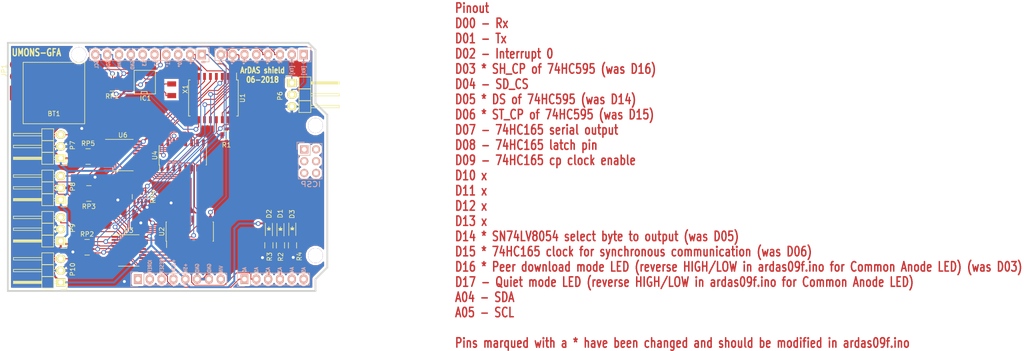
<source format=kicad_pcb>
(kicad_pcb (version 4) (host pcbnew 4.0.2+dfsg1-stable)
  (title_block (title ArDAS_shield) (date 2016-01-13) (rev 0.49) (company UMONS-GFA) (comment 1 O.KAUFMANN))
  (layers (0 Front signal) (31 Back signal) (34 B.Paste user) (35 F.Paste user) (36 B.SilkS user) (37 F.SilkS user) (38 B.Mask user) (39 F.Mask user) (44 Edge.Cuts user))
  (net 0 "")
  (net 1 GND)
  (net 2 "Net-(BT1-Pad1)")
  (net 3 +5V)
  (net 4 D17)
  (net 5 D03)
  (net 6 D02)
  (net 7 A05)
  (net 8 A04)
  (net 9 "Net-(IC1-Pad2)")
  (net 10 "Net-(IC1-Pad1)")
  (net 11 D08)
  (net 12 D09)
  (net 13 D00)
  (net 14 D01)
  (net 15 D05)
  (net 16 D14)
  (net 17 D15)
  (net 18 D16)
  (net 19 CH4)
  (net 20 CH3)
  (net 21 CH2)
  (net 22 CH1)
  (net 23 "Net-(R1-Pad2)")
  (net 24 "Net-(RP2-Pad7)")
  (net 25 "Net-(RP2-Pad8)")
  (net 26 "Net-(RP2-Pad5)")
  (net 27 "Net-(RP2-Pad6)")
  (net 28 "Net-(RP3-Pad1)")
  (net 29 "Net-(RP3-Pad4)")
  (net 30 "Net-(RP3-Pad2)")
  (net 31 "Net-(RP3-Pad3)")
  (net 32 "Net-(RP5-Pad7)")
  (net 33 "Net-(RP5-Pad8)")
  (net 34 "Net-(RP5-Pad5)")
  (net 35 "Net-(RP5-Pad6)")
  (net 36 D06)
  (net 37 "Net-(U2-Pad3)")
  (net 38 "Net-(U2-Pad4)")
  (net 39 "Net-(U2-Pad5)")
  (net 40 "Net-(U2-Pad6)")
  (net 41 D07)
  (net 42 "Net-(U2-Pad10)")
  (net 43 "Net-(U2-Pad11)")
  (net 44 "Net-(U2-Pad12)")
  (net 45 "Net-(U2-Pad13)")
  (net 46 "Net-(U2-Pad14)")
  (net 47 "Net-(U4-Pad14)")
  (net 48 "Net-(U4-Pad13)")
  (net 49 "Net-(U4-Pad12)")
  (net 50 "Net-(U4-Pad11)")
  (net 51 "Net-(U4-Pad6)")
  (net 52 "Net-(U4-Pad5)")
  (net 53 "Net-(U4-Pad4)")
  (net 54 "Net-(U4-Pad3)")
  (net 55 "Net-(RP1-Pad8)")
  (net 56 "Net-(RP4-Pad4)")
  (net 57 "Net-(RP4-Pad6)")
  (net 58 "Net-(D1-Pad1)")
  (net 59 "Net-(D2-Pad1)")
  (net 60 "Net-(D3-Pad1)")
  (module "kicad-gfa local:MountingHole_125mil" (layer Front) (at 62.2935 70.7263)
    (fp_text reference V6 hide)
    (fp_text value "")
    (pad 1 thru_hole circle (at 0 0) (size 3.175 3.175) (drill 3.175) (layers *.Cu))
  )
  (module "kicad-gfa local:MountingHole_125mil" (layer Front) (at 113.094 85.9663)
    (fp_text reference V4 hide)
    (fp_text value "")
    (pad 1 thru_hole circle (at 0 0) (size 3.175 3.175) (drill 3.175) (layers *.Cu))
  )
  (module "kicad-gfa local:MountingHole_125mil" (layer Front) (at 113.094 113.906)
    (fp_text reference V5 hide)
    (fp_text value "")
    (pad 1 thru_hole circle (at 0 0) (size 3.175 3.175) (drill 3.175) (layers *.Cu))
  )
  (module "kicad-gfa local:BATTERY_KEYSTONE_12mm" (layer Front) (at 56.9595 78.9813)
    (fp_text reference BT1 (at 0 4.445) (layer F.SilkS))
    (fp_text value Battery hide)
    (pad 2 smd rect (at 0 0) (size 3.96 3.96) (layers Front F.Paste F.Mask) (net 1 GND) (clearance 0.254))
    (pad 1 smd rect (at -7.87 0) (size 3.18 3.18) (layers Front F.Paste F.Mask) (net 2 "Net-(BT1-Pad1)") (clearance 0.254))
    (pad 1 smd rect (at 7.87 0) (size 3.18 3.18) (layers Front F.Paste F.Mask) (net 2 "Net-(BT1-Pad1)") (clearance 0.254))
  )
  (module "kicad-gfa local:SOIC-8-N" (layer Front) (at 76.454 76.6318 90)
    (fp_text reference IC1 (at -3.462 0.136 180) (layer F.SilkS))
    (fp_text value DS1307 hide)
    (pad 8 smd rect (at -1.905 -3.175 90) (size 0.508 1.143) (layers Front F.Paste F.Mask) (net 3 +5V))
    (pad 7 smd rect (at -0.635 -3.175 90) (size 0.508 1.143) (layers Front F.Paste F.Mask) (net 6 D02))
    (pad 6 smd rect (at 0.635 -3.175 90) (size 0.508 1.143) (layers Front F.Paste F.Mask) (net 7 A05))
    (pad 5 smd rect (at 1.905 -3.175 90) (size 0.508 1.143) (layers Front F.Paste F.Mask) (net 8 A04))
    (pad 4 smd rect (at 1.905 3.175 90) (size 0.508 1.143) (layers Front F.Paste F.Mask) (net 1 GND))
    (pad 3 smd rect (at 0.635 3.175 90) (size 0.508 1.143) (layers Front F.Paste F.Mask) (net 2 "Net-(BT1-Pad1)"))
    (pad 2 smd rect (at -0.635 3.175 90) (size 0.508 1.143) (layers Front F.Paste F.Mask) (net 9 "Net-(IC1-Pad2)"))
    (pad 1 smd rect (at -1.905 3.175 90) (size 0.508 1.143) (layers Front F.Paste F.Mask) (net 10 "Net-(IC1-Pad1)"))
  )
  (module "kicad-gfa local:small_no_jumper" (layer Front) (at 48.768 74.1553 270)
    (fp_text reference JP1 (at 0 2.54 270) (layer F.SilkS))
    (fp_text value Jumper_NO_Small hide)
    (pad 2 smd oval (at 1.27 0 270) (size 2 2.54) (layers Front F.Paste F.Mask) (net 2 "Net-(BT1-Pad1)"))
    (pad 1 smd oval (at -1.27 0 270) (size 2 2.54) (layers Front F.Paste F.Mask) (net 1 GND))
  )
  (module "kicad-gfa local:Pin_Header_Straight_1x10" (layer Back) (at 88.7095 70.7263 90)
    (fp_text reference P1 (at 0 5.1 90) (layer B.SilkS) (effects (justify mirror)))
    (fp_text value CONN_10 hide)
    (pad 1 thru_hole rect (at 0 0 90) (size 2.032 1.7272) (drill 1.016) (layers *.Cu *.Mask B.SilkS) (net 11 D08))
    (pad 2 thru_hole oval (at 0 -2.54 90) (size 2.032 1.7272) (drill 1.016) (layers *.Cu *.Mask B.SilkS) (net 12 D09))
    (pad 3 thru_hole oval (at 0 -5.08 90) (size 2.032 1.7272) (drill 1.016) (layers *.Cu *.Mask B.SilkS))
    (pad 4 thru_hole oval (at 0 -7.62 90) (size 2.032 1.7272) (drill 1.016) (layers *.Cu *.Mask B.SilkS))
    (pad 5 thru_hole oval (at 0 -10.16 90) (size 2.032 1.7272) (drill 1.016) (layers *.Cu *.Mask B.SilkS))
    (pad 6 thru_hole oval (at 0 -12.7 90) (size 2.032 1.7272) (drill 1.016) (layers *.Cu *.Mask B.SilkS))
    (pad 7 thru_hole oval (at 0 -15.24 90) (size 2.032 1.7272) (drill 1.016) (layers *.Cu *.Mask B.SilkS) (net 1 GND))
    (pad 8 thru_hole oval (at 0 -17.78 90) (size 2.032 1.7272) (drill 1.016) (layers *.Cu *.Mask B.SilkS))
    (pad 9 thru_hole oval (at 0 -20.32 90) (size 2.032 1.7272) (drill 1.016) (layers *.Cu *.Mask B.SilkS) (net 8 A04))
    (pad 10 thru_hole oval (at 0 -22.86 90) (size 2.032 1.7272) (drill 1.016) (layers *.Cu *.Mask B.SilkS) (net 7 A05))
  )
  (module "kicad-gfa local:Pin_Header_Straight_1x08" (layer Back) (at 74.9935 118.986 270)
    (fp_text reference P2 hide)
    (fp_text value CONN_8 hide)
    (pad 1 thru_hole rect (at 0 0 270) (size 2.032 1.7272) (drill 1.016) (layers *.Cu *.Mask B.SilkS))
    (pad 2 thru_hole oval (at 0 -2.54 270) (size 2.032 1.7272) (drill 1.016) (layers *.Cu *.Mask B.SilkS))
    (pad 3 thru_hole oval (at 0 -5.08 270) (size 2.032 1.7272) (drill 1.016) (layers *.Cu *.Mask B.SilkS))
    (pad 4 thru_hole oval (at 0 -7.62 270) (size 2.032 1.7272) (drill 1.016) (layers *.Cu *.Mask B.SilkS))
    (pad 5 thru_hole oval (at 0 -10.16 270) (size 2.032 1.7272) (drill 1.016) (layers *.Cu *.Mask B.SilkS) (net 3 +5V))
    (pad 6 thru_hole oval (at 0 -12.7 270) (size 2.032 1.7272) (drill 1.016) (layers *.Cu *.Mask B.SilkS) (net 1 GND))
    (pad 7 thru_hole oval (at 0 -15.24 270) (size 2.032 1.7272) (drill 1.016) (layers *.Cu *.Mask B.SilkS) (net 1 GND))
    (pad 8 thru_hole oval (at 0 -17.78 270) (size 2.032 1.7272) (drill 1.016) (layers *.Cu *.Mask B.SilkS))
  )
  (module "kicad-gfa local:Pin_Header_Straight_1x08" (layer Back) (at 110.554 70.7263 90)
    (fp_text reference P3 hide)
    (fp_text value CONN_8 hide)
    (pad 1 thru_hole rect (at 0 0 90) (size 2.032 1.7272) (drill 1.016) (layers *.Cu *.Mask B.SilkS) (net 13 D00))
    (pad 2 thru_hole oval (at 0 -2.54 90) (size 2.032 1.7272) (drill 1.016) (layers *.Cu *.Mask B.SilkS) (net 14 D01))
    (pad 3 thru_hole oval (at 0 -5.08 90) (size 2.032 1.7272) (drill 1.016) (layers *.Cu *.Mask B.SilkS) (net 6 D02))
    (pad 4 thru_hole oval (at 0 -7.62 90) (size 2.032 1.7272) (drill 1.016) (layers *.Cu *.Mask B.SilkS) (net 5 D03))
    (pad 5 thru_hole oval (at 0 -10.16 90) (size 2.032 1.7272) (drill 1.016) (layers *.Cu *.Mask B.SilkS))
    (pad 6 thru_hole oval (at 0 -12.7 90) (size 2.032 1.7272) (drill 1.016) (layers *.Cu *.Mask B.SilkS) (net 15 D05))
    (pad 7 thru_hole oval (at 0 -15.24 90) (size 2.032 1.7272) (drill 1.016) (layers *.Cu *.Mask B.SilkS) (net 36 D06))
    (pad 8 thru_hole oval (at 0 -17.78 90) (size 2.032 1.7272) (drill 1.016) (layers *.Cu *.Mask B.SilkS) (net 41 D07))
  )
  (module "kicad-gfa local:Socket_Strip_Straight_2x03" (layer Back) (at 110.68 91.0971 270)
    (fp_text reference P4 hide)
    (fp_text value CONN_ICSP hide)
    (pad 1 thru_hole rect (at 0 0 270) (size 1.7272 1.7272) (drill 1.016) (layers *.Cu *.Mask B.SilkS))
    (pad 2 thru_hole oval (at 0 -2.54 270) (size 1.7272 1.7272) (drill 1.016) (layers *.Cu *.Mask B.SilkS))
    (pad 3 thru_hole oval (at 2.54 0 270) (size 1.7272 1.7272) (drill 1.016) (layers *.Cu *.Mask B.SilkS))
    (pad 4 thru_hole oval (at 2.54 -2.54 270) (size 1.7272 1.7272) (drill 1.016) (layers *.Cu *.Mask B.SilkS))
    (pad 5 thru_hole oval (at 5.08 0 270) (size 1.7272 1.7272) (drill 1.016) (layers *.Cu *.Mask B.SilkS))
    (pad 6 thru_hole oval (at 5.08 -2.54 270) (size 1.7272 1.7272) (drill 1.016) (layers *.Cu *.Mask B.SilkS))
  )
  (module "kicad-gfa local:Pin_Header_Straight_1x06" (layer Back) (at 97.8535 118.986 270)
    (fp_text reference P5 (at 0 5.1 270) (layer B.SilkS) (effects (justify mirror)))
    (fp_text value CONN_6 hide)
    (pad 1 thru_hole rect (at 0 0 270) (size 2.032 1.7272) (drill 1.016) (layers *.Cu *.Mask B.SilkS) (net 16 D14))
    (pad 2 thru_hole oval (at 0 -2.54 270) (size 2.032 1.7272) (drill 1.016) (layers *.Cu *.Mask B.SilkS) (net 17 D15))
    (pad 3 thru_hole oval (at 0 -5.08 270) (size 2.032 1.7272) (drill 1.016) (layers *.Cu *.Mask B.SilkS) (net 18 D16))
    (pad 4 thru_hole oval (at 0 -7.62 270) (size 2.032 1.7272) (drill 1.016) (layers *.Cu *.Mask B.SilkS) (net 4 D17))
    (pad 5 thru_hole oval (at 0 -10.16 270) (size 2.032 1.7272) (drill 1.016) (layers *.Cu *.Mask B.SilkS))
    (pad 6 thru_hole oval (at 0 -12.7 270) (size 2.032 1.7272) (drill 1.016) (layers *.Cu *.Mask B.SilkS))
  )
  (module "kicad-gfa local:Pin_Header_Angled_1x03" (layer Front) (at 108.026 76.8096)
    (fp_text reference P6 (at -2.54 2.794 90) (layer F.SilkS))
    (fp_text value TTL_COMM hide)
    (pad 1 thru_hole rect (at 0 0) (size 2.032 1.7272) (drill 1.016) (layers *.Cu *.Mask F.SilkS) (net 14 D01))
    (pad 2 thru_hole oval (at 0 2.54) (size 2.032 1.7272) (drill 1.016) (layers *.Cu *.Mask F.SilkS) (net 13 D00))
    (pad 3 thru_hole oval (at 0 5.08) (size 2.032 1.7272) (drill 1.016) (layers *.Cu *.Mask F.SilkS) (net 1 GND))
  )
  (module "kicad-gfa local:Pin_Header_Angled_1x03" (layer Front) (at 58.42 93.0148 180)
    (fp_text reference P7 (at -2.54 2.794 270) (layer F.SilkS))
    (fp_text value CONN_01X03 hide)
    (pad 1 thru_hole rect (at 0 0 180) (size 2.032 1.7272) (drill 1.016) (layers *.Cu *.Mask F.SilkS) (net 3 +5V))
    (pad 2 thru_hole oval (at 0 2.54 180) (size 2.032 1.7272) (drill 1.016) (layers *.Cu *.Mask F.SilkS) (net 1 GND))
    (pad 3 thru_hole oval (at 0 5.08 180) (size 2.032 1.7272) (drill 1.016) (layers *.Cu *.Mask F.SilkS) (net 19 CH4))
  )
  (module "kicad-gfa local:Pin_Header_Angled_1x03" (layer Front) (at 58.42 101.905 180)
    (fp_text reference P8 (at -2.54 2.794 270) (layer F.SilkS))
    (fp_text value CONN_01X03 hide)
    (pad 1 thru_hole rect (at 0 0 180) (size 2.032 1.7272) (drill 1.016) (layers *.Cu *.Mask F.SilkS) (net 3 +5V))
    (pad 2 thru_hole oval (at 0 2.54 180) (size 2.032 1.7272) (drill 1.016) (layers *.Cu *.Mask F.SilkS) (net 1 GND))
    (pad 3 thru_hole oval (at 0 5.08 180) (size 2.032 1.7272) (drill 1.016) (layers *.Cu *.Mask F.SilkS) (net 20 CH3))
  )
  (module "kicad-gfa local:Pin_Header_Angled_1x03" (layer Front) (at 58.42 110.795 180)
    (fp_text reference P9 (at -2.54 2.794 270) (layer F.SilkS))
    (fp_text value CONN_01X03 hide)
    (pad 1 thru_hole rect (at 0 0 180) (size 2.032 1.7272) (drill 1.016) (layers *.Cu *.Mask F.SilkS) (net 3 +5V))
    (pad 2 thru_hole oval (at 0 2.54 180) (size 2.032 1.7272) (drill 1.016) (layers *.Cu *.Mask F.SilkS) (net 1 GND))
    (pad 3 thru_hole oval (at 0 5.08 180) (size 2.032 1.7272) (drill 1.016) (layers *.Cu *.Mask F.SilkS) (net 21 CH2))
  )
  (module "kicad-gfa local:Pin_Header_Angled_1x03" (layer Front) (at 58.42 119.685 180)
    (fp_text reference P10 (at -2.54 2.794 270) (layer F.SilkS))
    (fp_text value CONN_01X03 hide)
    (pad 1 thru_hole rect (at 0 0 180) (size 2.032 1.7272) (drill 1.016) (layers *.Cu *.Mask F.SilkS) (net 3 +5V))
    (pad 2 thru_hole oval (at 0 2.54 180) (size 2.032 1.7272) (drill 1.016) (layers *.Cu *.Mask F.SilkS) (net 1 GND))
    (pad 3 thru_hole oval (at 0 5.08 180) (size 2.032 1.7272) (drill 1.016) (layers *.Cu *.Mask F.SilkS) (net 22 CH1))
  )
  (module "kicad-gfa local:R_0805" (layer Front) (at 93.9927 88.0491 180)
    (fp_text reference R1 (at 0 -2.1 180) (layer F.SilkS))
    (fp_text value 10k)
    (pad 1 smd rect (at -0.95 0 180) (size 0.7 1.3) (layers Front F.Paste F.Mask) (net 1 GND))
    (pad 2 smd rect (at 0.95 0 180) (size 0.7 1.3) (layers Front F.Paste F.Mask) (net 23 "Net-(R1-Pad2)"))
  )
  (module "kicad-gfa local:R_0805" (layer Front) (at 105.5751 111.7219 270)
    (fp_text reference R2 (at 2.4892 -0.0508 270) (layer F.SilkS))
    (fp_text value "150 Ohm")
    (pad 1 smd rect (at -0.95 0 270) (size 0.7 1.3) (layers Front F.Paste F.Mask) (net 58 "Net-(D1-Pad1)"))
    (pad 2 smd rect (at 0.95 0 270) (size 0.7 1.3) (layers Front F.Paste F.Mask) (net 4 D17))
  )
  (module "kicad-gfa local:R_0805" (layer Front) (at 103.0859 111.7219 270)
    (fp_text reference R3 (at 2.4384 -0.1524 270) (layer F.SilkS))
    (fp_text value "150 Ohm")
    (pad 1 smd rect (at -0.95 0 270) (size 0.7 1.3) (layers Front F.Paste F.Mask) (net 59 "Net-(D2-Pad1)"))
    (pad 2 smd rect (at 0.95 0 270) (size 0.7 1.3) (layers Front F.Paste F.Mask) (net 18 D16))
  )
  (module "kicad-gfa local:R_0805" (layer Front) (at 108.1659 111.7219 270)
    (fp_text reference R4 (at 2.3876 -1.4732 270) (layer F.SilkS))
    (fp_text value "160 Ohm")
    (pad 1 smd rect (at -0.95 0 270) (size 0.7 1.3) (layers Front F.Paste F.Mask) (net 60 "Net-(D3-Pad1)"))
    (pad 2 smd rect (at 0.95 0 270) (size 0.7 1.3) (layers Front F.Paste F.Mask) (net 1 GND))
  )
  (module "kicad-gfa local:SOIC-16_7.5x10.3mm_Pitch1.27mm" (layer Front) (at 91.186 80.0608 270)
    (fp_text reference U1 (at 0 -6.25 270) (layer F.SilkS))
    (fp_text value 74HC595)
    (pad 1 smd rect (at -4.65 -4.445 270) (size 1.5 0.6) (layers Front F.Paste F.Mask) (net 27 "Net-(RP2-Pad6)"))
    (pad 2 smd rect (at -4.65 -3.175 270) (size 1.5 0.6) (layers Front F.Paste F.Mask) (net 24 "Net-(RP2-Pad7)"))
    (pad 3 smd rect (at -4.65 -1.905 270) (size 1.5 0.6) (layers Front F.Paste F.Mask) (net 25 "Net-(RP2-Pad8)"))
    (pad 4 smd rect (at -4.65 -0.635 270) (size 1.5 0.6) (layers Front F.Paste F.Mask) (net 34 "Net-(RP5-Pad5)"))
    (pad 5 smd rect (at -4.65 0.635 270) (size 1.5 0.6) (layers Front F.Paste F.Mask) (net 35 "Net-(RP5-Pad6)"))
    (pad 6 smd rect (at -4.65 1.905 270) (size 1.5 0.6) (layers Front F.Paste F.Mask) (net 32 "Net-(RP5-Pad7)"))
    (pad 7 smd rect (at -4.65 3.175 270) (size 1.5 0.6) (layers Front F.Paste F.Mask) (net 33 "Net-(RP5-Pad8)"))
    (pad 8 smd rect (at -4.65 4.445 270) (size 1.5 0.6) (layers Front F.Paste F.Mask) (net 1 GND))
    (pad 9 smd rect (at 4.65 4.445 270) (size 1.5 0.6) (layers Front F.Paste F.Mask))
    (pad 10 smd rect (at 4.65 3.175 270) (size 1.5 0.6) (layers Front F.Paste F.Mask) (net 55 "Net-(RP1-Pad8)"))
    (pad 11 smd rect (at 4.65 1.905 270) (size 1.5 0.6) (layers Front F.Paste F.Mask) (net 5 D03))
    (pad 12 smd rect (at 4.65 0.635 270) (size 1.5 0.6) (layers Front F.Paste F.Mask) (net 36 D06))
    (pad 13 smd rect (at 4.65 -0.635 270) (size 1.5 0.6) (layers Front F.Paste F.Mask) (net 23 "Net-(R1-Pad2)"))
    (pad 14 smd rect (at 4.65 -1.905 270) (size 1.5 0.6) (layers Front F.Paste F.Mask) (net 15 D05))
    (pad 15 smd rect (at 4.65 -3.175 270) (size 1.5 0.6) (layers Front F.Paste F.Mask) (net 26 "Net-(RP2-Pad5)"))
    (pad 16 smd rect (at 4.65 -4.445 270) (size 1.5 0.6) (layers Front F.Paste F.Mask) (net 3 +5V))
  )
  (module "kicad-gfa local:SOIC-16_3.9x9.9mm_Pitch1.27mm" (layer Front) (at 86.106 108.763 90)
    (fp_text reference U2 (at 0 -6 90) (layer F.SilkS))
    (fp_text value 74HC165)
    (pad 1 smd rect (at -2.7 -4.445 90) (size 1.5 0.6) (layers Front F.Paste F.Mask) (net 11 D08))
    (pad 2 smd rect (at -2.7 -3.175 90) (size 1.5 0.6) (layers Front F.Paste F.Mask) (net 17 D15))
    (pad 3 smd rect (at -2.7 -1.905 90) (size 1.5 0.6) (layers Front F.Paste F.Mask) (net 37 "Net-(U2-Pad3)"))
    (pad 4 smd rect (at -2.7 -0.635 90) (size 1.5 0.6) (layers Front F.Paste F.Mask) (net 38 "Net-(U2-Pad4)"))
    (pad 5 smd rect (at -2.7 0.635 90) (size 1.5 0.6) (layers Front F.Paste F.Mask) (net 39 "Net-(U2-Pad5)"))
    (pad 6 smd rect (at -2.7 1.905 90) (size 1.5 0.6) (layers Front F.Paste F.Mask) (net 40 "Net-(U2-Pad6)"))
    (pad 7 smd rect (at -2.7 3.175 90) (size 1.5 0.6) (layers Front F.Paste F.Mask))
    (pad 8 smd rect (at -2.7 4.445 90) (size 1.5 0.6) (layers Front F.Paste F.Mask) (net 1 GND))
    (pad 9 smd rect (at 2.7 4.445 90) (size 1.5 0.6) (layers Front F.Paste F.Mask) (net 41 D07))
    (pad 10 smd rect (at 2.7 3.175 90) (size 1.5 0.6) (layers Front F.Paste F.Mask) (net 42 "Net-(U2-Pad10)"))
    (pad 11 smd rect (at 2.7 1.905 90) (size 1.5 0.6) (layers Front F.Paste F.Mask) (net 43 "Net-(U2-Pad11)"))
    (pad 12 smd rect (at 2.7 0.635 90) (size 1.5 0.6) (layers Front F.Paste F.Mask) (net 44 "Net-(U2-Pad12)"))
    (pad 13 smd rect (at 2.7 -0.635 90) (size 1.5 0.6) (layers Front F.Paste F.Mask) (net 45 "Net-(U2-Pad13)"))
    (pad 14 smd rect (at 2.7 -1.905 90) (size 1.5 0.6) (layers Front F.Paste F.Mask) (net 46 "Net-(U2-Pad14)"))
    (pad 15 smd rect (at 2.7 -3.175 90) (size 1.5 0.6) (layers Front F.Paste F.Mask) (net 12 D09))
    (pad 16 smd rect (at 2.7 -4.445 90) (size 1.5 0.6) (layers Front F.Paste F.Mask) (net 3 +5V))
  )
  (module "kicad-gfa local:SOIC-16_3.9x9.9mm_Pitch1.27mm" (layer Front) (at 84.6074 92.3798 90)
    (fp_text reference U4 (at 0 -6 90) (layer F.SilkS))
    (fp_text value 74HC165)
    (pad 1 smd rect (at -2.7 -4.445 90) (size 1.5 0.6) (layers Front F.Paste F.Mask) (net 11 D08))
    (pad 2 smd rect (at -2.7 -3.175 90) (size 1.5 0.6) (layers Front F.Paste F.Mask) (net 17 D15))
    (pad 3 smd rect (at -2.7 -1.905 90) (size 1.5 0.6) (layers Front F.Paste F.Mask) (net 54 "Net-(U4-Pad3)"))
    (pad 4 smd rect (at -2.7 -0.635 90) (size 1.5 0.6) (layers Front F.Paste F.Mask) (net 53 "Net-(U4-Pad4)"))
    (pad 5 smd rect (at -2.7 0.635 90) (size 1.5 0.6) (layers Front F.Paste F.Mask) (net 52 "Net-(U4-Pad5)"))
    (pad 6 smd rect (at -2.7 1.905 90) (size 1.5 0.6) (layers Front F.Paste F.Mask) (net 51 "Net-(U4-Pad6)"))
    (pad 7 smd rect (at -2.7 3.175 90) (size 1.5 0.6) (layers Front F.Paste F.Mask))
    (pad 8 smd rect (at -2.7 4.445 90) (size 1.5 0.6) (layers Front F.Paste F.Mask) (net 1 GND))
    (pad 9 smd rect (at 2.7 4.445 90) (size 1.5 0.6) (layers Front F.Paste F.Mask) (net 42 "Net-(U2-Pad10)"))
    (pad 10 smd rect (at 2.7 3.175 90) (size 1.5 0.6) (layers Front F.Paste F.Mask))
    (pad 11 smd rect (at 2.7 1.905 90) (size 1.5 0.6) (layers Front F.Paste F.Mask) (net 50 "Net-(U4-Pad11)"))
    (pad 12 smd rect (at 2.7 0.635 90) (size 1.5 0.6) (layers Front F.Paste F.Mask) (net 49 "Net-(U4-Pad12)"))
    (pad 13 smd rect (at 2.7 -0.635 90) (size 1.5 0.6) (layers Front F.Paste F.Mask) (net 48 "Net-(U4-Pad13)"))
    (pad 14 smd rect (at 2.7 -1.905 90) (size 1.5 0.6) (layers Front F.Paste F.Mask) (net 47 "Net-(U4-Pad14)"))
    (pad 15 smd rect (at 2.7 -3.175 90) (size 1.5 0.6) (layers Front F.Paste F.Mask) (net 12 D09))
    (pad 16 smd rect (at 2.7 -4.445 90) (size 1.5 0.6) (layers Front F.Paste F.Mask) (net 3 +5V))
  )
  (module "kicad-gfa local:XTAL_ABRACON_ABS07" (layer Front) (at 82.2325 78.2828 90)
    (fp_text reference X1 (at 0.127 2.921 90) (layer F.SilkS))
    (fp_text value CRYSTAL hide)
    (pad 2 smd rect (at 1.25 0) (size 1.9 1.1) (layers Front F.Paste F.Mask) (net 9 "Net-(IC1-Pad2)") (clearance 0.254))
    (pad 1 smd rect (at -1.25 0) (size 1.9 1.1) (layers Front F.Paste F.Mask) (net 10 "Net-(IC1-Pad1)") (clearance 0.254))
  )
  (module "kicad-gfa local:TSSOP-20_4.4x6.5mm_Pitch0.65mm" (layer Front) (at 71.755 92.329)
    (fp_text reference U6 (at 0 -4.3) (layer F.SilkS))
    (fp_text value SN74LV8154)
    (pad 1 smd rect (at -2.95 -2.925) (size 1.45 0.4) (layers Front F.Paste F.Mask) (net 20 CH3))
    (pad 2 smd rect (at -2.95 -2.275) (size 1.45 0.4) (layers Front F.Paste F.Mask) (net 19 CH4))
    (pad 3 smd rect (at -2.95 -1.625) (size 1.45 0.4) (layers Front F.Paste F.Mask) (net 33 "Net-(RP5-Pad8)"))
    (pad 4 smd rect (at -2.95 -0.975) (size 1.45 0.4) (layers Front F.Paste F.Mask) (net 32 "Net-(RP5-Pad7)"))
    (pad 5 smd rect (at -2.95 -0.325) (size 1.45 0.4) (layers Front F.Paste F.Mask) (net 35 "Net-(RP5-Pad6)"))
    (pad 6 smd rect (at -2.95 0.325) (size 1.45 0.4) (layers Front F.Paste F.Mask) (net 34 "Net-(RP5-Pad5)"))
    (pad 7 smd rect (at -2.95 0.975) (size 1.45 0.4) (layers Front F.Paste F.Mask) (net 16 D14))
    (pad 8 smd rect (at -2.95 1.625) (size 1.45 0.4) (layers Front F.Paste F.Mask) (net 31 "Net-(RP3-Pad3)"))
    (pad 9 smd rect (at -2.95 2.275) (size 1.45 0.4) (layers Front F.Paste F.Mask) (net 29 "Net-(RP3-Pad4)"))
    (pad 10 smd rect (at -2.95 2.925) (size 1.45 0.4) (layers Front F.Paste F.Mask) (net 1 GND))
    (pad 11 smd rect (at 2.95 2.925) (size 1.45 0.4) (layers Front F.Paste F.Mask) (net 56 "Net-(RP4-Pad4)"))
    (pad 12 smd rect (at 2.95 2.275) (size 1.45 0.4) (layers Front F.Paste F.Mask) (net 51 "Net-(U4-Pad6)"))
    (pad 13 smd rect (at 2.95 1.625) (size 1.45 0.4) (layers Front F.Paste F.Mask) (net 52 "Net-(U4-Pad5)"))
    (pad 14 smd rect (at 2.95 0.975) (size 1.45 0.4) (layers Front F.Paste F.Mask) (net 53 "Net-(U4-Pad4)"))
    (pad 15 smd rect (at 2.95 0.325) (size 1.45 0.4) (layers Front F.Paste F.Mask) (net 54 "Net-(U4-Pad3)"))
    (pad 16 smd rect (at 2.95 -0.325) (size 1.45 0.4) (layers Front F.Paste F.Mask) (net 47 "Net-(U4-Pad14)"))
    (pad 17 smd rect (at 2.95 -0.975) (size 1.45 0.4) (layers Front F.Paste F.Mask) (net 48 "Net-(U4-Pad13)"))
    (pad 18 smd rect (at 2.95 -1.625) (size 1.45 0.4) (layers Front F.Paste F.Mask) (net 49 "Net-(U4-Pad12)"))
    (pad 19 smd rect (at 2.95 -2.275) (size 1.45 0.4) (layers Front F.Paste F.Mask) (net 50 "Net-(U4-Pad11)"))
    (pad 20 smd rect (at 2.95 -2.925) (size 1.45 0.4) (layers Front F.Paste F.Mask) (net 3 +5V))
  )
  (module "kicad-gfa local:TSSOP-20_4.4x6.5mm_Pitch0.65mm" (layer Front) (at 73.025 112.827)
    (fp_text reference U3 (at 0 -4.3) (layer F.SilkS))
    (fp_text value SN74LV8154)
    (pad 1 smd rect (at -2.95 -2.925) (size 1.45 0.4) (layers Front F.Paste F.Mask) (net 22 CH1))
    (pad 2 smd rect (at -2.95 -2.275) (size 1.45 0.4) (layers Front F.Paste F.Mask) (net 21 CH2))
    (pad 3 smd rect (at -2.95 -1.625) (size 1.45 0.4) (layers Front F.Paste F.Mask) (net 25 "Net-(RP2-Pad8)"))
    (pad 4 smd rect (at -2.95 -0.975) (size 1.45 0.4) (layers Front F.Paste F.Mask) (net 24 "Net-(RP2-Pad7)"))
    (pad 5 smd rect (at -2.95 -0.325) (size 1.45 0.4) (layers Front F.Paste F.Mask) (net 27 "Net-(RP2-Pad6)"))
    (pad 6 smd rect (at -2.95 0.325) (size 1.45 0.4) (layers Front F.Paste F.Mask) (net 26 "Net-(RP2-Pad5)"))
    (pad 7 smd rect (at -2.95 0.975) (size 1.45 0.4) (layers Front F.Paste F.Mask) (net 16 D14))
    (pad 8 smd rect (at -2.95 1.625) (size 1.45 0.4) (layers Front F.Paste F.Mask) (net 28 "Net-(RP3-Pad1)"))
    (pad 9 smd rect (at -2.95 2.275) (size 1.45 0.4) (layers Front F.Paste F.Mask) (net 30 "Net-(RP3-Pad2)"))
    (pad 10 smd rect (at -2.95 2.925) (size 1.45 0.4) (layers Front F.Paste F.Mask) (net 1 GND))
    (pad 11 smd rect (at 2.95 2.925) (size 1.45 0.4) (layers Front F.Paste F.Mask) (net 57 "Net-(RP4-Pad6)"))
    (pad 12 smd rect (at 2.95 2.275) (size 1.45 0.4) (layers Front F.Paste F.Mask) (net 40 "Net-(U2-Pad6)"))
    (pad 13 smd rect (at 2.95 1.625) (size 1.45 0.4) (layers Front F.Paste F.Mask) (net 39 "Net-(U2-Pad5)"))
    (pad 14 smd rect (at 2.95 0.975) (size 1.45 0.4) (layers Front F.Paste F.Mask) (net 38 "Net-(U2-Pad4)"))
    (pad 15 smd rect (at 2.95 0.325) (size 1.45 0.4) (layers Front F.Paste F.Mask) (net 37 "Net-(U2-Pad3)"))
    (pad 16 smd rect (at 2.95 -0.325) (size 1.45 0.4) (layers Front F.Paste F.Mask) (net 46 "Net-(U2-Pad14)"))
    (pad 17 smd rect (at 2.95 -0.975) (size 1.45 0.4) (layers Front F.Paste F.Mask) (net 45 "Net-(U2-Pad13)"))
    (pad 18 smd rect (at 2.95 -1.625) (size 1.45 0.4) (layers Front F.Paste F.Mask) (net 44 "Net-(U2-Pad12)"))
    (pad 19 smd rect (at 2.95 -2.275) (size 1.45 0.4) (layers Front F.Paste F.Mask) (net 43 "Net-(U2-Pad11)"))
    (pad 20 smd rect (at 2.95 -2.925) (size 1.45 0.4) (layers Front F.Paste F.Mask) (net 3 +5V))
  )
  (module "kicad-gfa local:R_Array_Convex_4x0603" (layer Front) (at 69.469 76.8858 180)
    (fp_text reference RP1 (at 0 -2.8 180) (layer F.SilkS))
    (fp_text value R_4x4.7k)
    (pad 1 smd rect (at -0.975 -1.2 180) (size 1.15 0.4) (layers Front F.Paste F.Mask) (net 3 +5V))
    (pad 3 smd rect (at -0.975 0.4 180) (size 1.15 0.4) (layers Front F.Paste F.Mask) (net 7 A05))
    (pad 2 smd rect (at -0.975 -0.4 180) (size 1.15 0.4) (layers Front F.Paste F.Mask) (net 6 D02))
    (pad 4 smd rect (at -0.975 1.2 180) (size 1.15 0.4) (layers Front F.Paste F.Mask) (net 8 A04))
    (pad 7 smd rect (at 0.975 -0.4 180) (size 1.15 0.4) (layers Front F.Paste F.Mask) (net 3 +5V))
    (pad 8 smd rect (at 0.975 -1.2 180) (size 1.15 0.4) (layers Front F.Paste F.Mask) (net 55 "Net-(RP1-Pad8)"))
    (pad 6 smd rect (at 0.975 0.4 180) (size 1.15 0.4) (layers Front F.Paste F.Mask) (net 3 +5V))
    (pad 5 smd rect (at 0.975 1.2 180) (size 1.15 0.4) (layers Front F.Paste F.Mask) (net 3 +5V))
  )
  (module "kicad-gfa local:R_Array_Convex_4x0603" (layer Front) (at 64.0715 112.128)
    (fp_text reference RP2 (at 0 -2.8) (layer F.SilkS))
    (fp_text value R_4x10k)
    (pad 1 smd rect (at -0.975 -1.2) (size 1.15 0.4) (layers Front F.Paste F.Mask) (net 3 +5V))
    (pad 3 smd rect (at -0.975 0.4) (size 1.15 0.4) (layers Front F.Paste F.Mask) (net 3 +5V))
    (pad 2 smd rect (at -0.975 -0.4) (size 1.15 0.4) (layers Front F.Paste F.Mask) (net 3 +5V))
    (pad 4 smd rect (at -0.975 1.2) (size 1.15 0.4) (layers Front F.Paste F.Mask) (net 3 +5V))
    (pad 7 smd rect (at 0.975 -0.4) (size 1.15 0.4) (layers Front F.Paste F.Mask) (net 24 "Net-(RP2-Pad7)"))
    (pad 8 smd rect (at 0.975 -1.2) (size 1.15 0.4) (layers Front F.Paste F.Mask) (net 25 "Net-(RP2-Pad8)"))
    (pad 6 smd rect (at 0.975 0.4) (size 1.15 0.4) (layers Front F.Paste F.Mask) (net 27 "Net-(RP2-Pad6)"))
    (pad 5 smd rect (at 0.975 1.2) (size 1.15 0.4) (layers Front F.Paste F.Mask) (net 26 "Net-(RP2-Pad5)"))
  )
  (module "kicad-gfa local:R_Array_Convex_4x0603" (layer Front) (at 64.4525 100.571 180)
    (fp_text reference RP3 (at 0 -2.8 180) (layer F.SilkS))
    (fp_text value R_4x10k)
    (pad 1 smd rect (at -0.975 -1.2 180) (size 1.15 0.4) (layers Front F.Paste F.Mask) (net 28 "Net-(RP3-Pad1)"))
    (pad 3 smd rect (at -0.975 0.4 180) (size 1.15 0.4) (layers Front F.Paste F.Mask) (net 31 "Net-(RP3-Pad3)"))
    (pad 2 smd rect (at -0.975 -0.4 180) (size 1.15 0.4) (layers Front F.Paste F.Mask) (net 30 "Net-(RP3-Pad2)"))
    (pad 4 smd rect (at -0.975 1.2 180) (size 1.15 0.4) (layers Front F.Paste F.Mask) (net 29 "Net-(RP3-Pad4)"))
    (pad 7 smd rect (at 0.975 -0.4 180) (size 1.15 0.4) (layers Front F.Paste F.Mask) (net 1 GND))
    (pad 8 smd rect (at 0.975 -1.2 180) (size 1.15 0.4) (layers Front F.Paste F.Mask) (net 1 GND))
    (pad 6 smd rect (at 0.975 0.4 180) (size 1.15 0.4) (layers Front F.Paste F.Mask) (net 1 GND))
    (pad 5 smd rect (at 0.975 1.2 180) (size 1.15 0.4) (layers Front F.Paste F.Mask) (net 1 GND))
  )
  (module "kicad-gfa local:R_Array_Convex_4x0603" (layer Front) (at 75.438 101.27 270)
    (fp_text reference RP4 (at 0 -2.8 270) (layer F.SilkS))
    (fp_text value R_4x10k)
    (pad 1 smd rect (at -0.975 -1.2 270) (size 1.15 0.4) (layers Front F.Paste F.Mask) (net 12 D09))
    (pad 3 smd rect (at -0.975 0.4 270) (size 1.15 0.4) (layers Front F.Paste F.Mask) (net 3 +5V))
    (pad 2 smd rect (at -0.975 -0.4 270) (size 1.15 0.4) (layers Front F.Paste F.Mask) (net 12 D09))
    (pad 4 smd rect (at -0.975 1.2 270) (size 1.15 0.4) (layers Front F.Paste F.Mask) (net 56 "Net-(RP4-Pad4)"))
    (pad 7 smd rect (at 0.975 -0.4 270) (size 1.15 0.4) (layers Front F.Paste F.Mask) (net 1 GND))
    (pad 8 smd rect (at 0.975 -1.2 270) (size 1.15 0.4) (layers Front F.Paste F.Mask) (net 1 GND))
    (pad 6 smd rect (at 0.975 0.4 270) (size 1.15 0.4) (layers Front F.Paste F.Mask) (net 57 "Net-(RP4-Pad6)"))
    (pad 5 smd rect (at 0.975 1.2 270) (size 1.15 0.4) (layers Front F.Paste F.Mask) (net 3 +5V))
  )
  (module "kicad-gfa local:R_Array_Convex_4x0603" (layer Front) (at 64.2874 92.6338)
    (fp_text reference RP5 (at 0 -2.8) (layer F.SilkS))
    (fp_text value R_4x10k)
    (pad 1 smd rect (at -0.975 -1.2) (size 1.15 0.4) (layers Front F.Paste F.Mask) (net 3 +5V))
    (pad 3 smd rect (at -0.975 0.4) (size 1.15 0.4) (layers Front F.Paste F.Mask) (net 3 +5V))
    (pad 2 smd rect (at -0.975 -0.4) (size 1.15 0.4) (layers Front F.Paste F.Mask) (net 3 +5V))
    (pad 4 smd rect (at -0.975 1.2) (size 1.15 0.4) (layers Front F.Paste F.Mask) (net 3 +5V))
    (pad 7 smd rect (at 0.975 -0.4) (size 1.15 0.4) (layers Front F.Paste F.Mask) (net 32 "Net-(RP5-Pad7)"))
    (pad 8 smd rect (at 0.975 -1.2) (size 1.15 0.4) (layers Front F.Paste F.Mask) (net 33 "Net-(RP5-Pad8)"))
    (pad 6 smd rect (at 0.975 0.4) (size 1.15 0.4) (layers Front F.Paste F.Mask) (net 35 "Net-(RP5-Pad6)"))
    (pad 5 smd rect (at 0.975 1.2) (size 1.15 0.4) (layers Front F.Paste F.Mask) (net 34 "Net-(RP5-Pad5)"))
  )
  (module "kicad-gfa local:LED-0805" (layer Front) (at 103.0859 108.0643 90)
    (fp_text reference D2 (at 3.0988 0.0508 90) (layer F.SilkS))
    (fp_text value "LED Yellow" hide)
    (pad 2 smd rect (at 1.04902 0 270) (size 1.19888 1.19888) (layers Front F.Paste F.Mask) (net 3 +5V))
    (pad 1 smd rect (at -1.04902 0 270) (size 1.19888 1.19888) (layers Front F.Paste F.Mask) (net 59 "Net-(D2-Pad1)"))
  )
  (module "kicad-gfa local:LED-0805" (layer Front) (at 108.1151 108.0135 90)
    (fp_text reference D3 (at 2.9972 -0.0508 90) (layer F.SilkS))
    (fp_text value "LED Red" hide)
    (pad 2 smd rect (at 1.04902 0 270) (size 1.19888 1.19888) (layers Front F.Paste F.Mask) (net 3 +5V))
    (pad 1 smd rect (at -1.04902 0 270) (size 1.19888 1.19888) (layers Front F.Paste F.Mask) (net 60 "Net-(D3-Pad1)"))
  )
  (module "kicad-gfa local:LED-0805" (layer Front) (at 105.5751 108.1151 90)
    (fp_text reference D1 (at 3.2004 -0.0508 90) (layer F.SilkS))
    (fp_text value LED Green hide)
    (pad 2 smd rect (at 1.04902 0 270) (size 1.19888 1.19888) (layers Front F.Paste F.Mask) (net 3 +5V))
    (pad 1 smd rect (at -1.04902 0 270) (size 1.19888 1.19888) (layers Front F.Paste F.Mask) (net 58 "Net-(D1-Pad1)"))
  )
  (gr_line (start 47.0535 68.1863) (end 47.0535 121.5263) (angle 90) (layer Edge.Cuts) (width 0.381))
  (gr_line (start 111.5695 68.1863) (end 47.0535 68.1863) (angle 90) (layer Edge.Cuts) (width 0.381))
  (gr_line (start 113.0935 69.7103) (end 111.5695 68.1863) (angle 90) (layer Edge.Cuts) (width 0.381))
  (gr_line (start 113.0935 81.1403) (end 113.0935 69.7103) (angle 90) (layer Edge.Cuts) (width 0.381))
  (gr_line (start 115.6335 83.6803) (end 113.0935 81.1403) (angle 90) (layer Edge.Cuts) (width 0.381))
  (gr_line (start 115.6335 116.4463) (end 115.6335 83.6803) (angle 90) (layer Edge.Cuts) (width 0.381))
  (gr_line (start 113.0935 118.9863) (end 115.6335 116.4463) (angle 90) (layer Edge.Cuts) (width 0.381))
  (gr_line (start 113.0935 121.5263) (end 113.0935 118.9863) (angle 90) (layer Edge.Cuts) (width 0.381))
  (gr_line (start 47.0535 121.5263) (end 113.0935 121.5263) (angle 90) (layer Edge.Cuts) (width 0.381))
  (gr_text "ArDAS shield\n06-2018" (at 101.727 75.1078) (layer F.SilkS) (effects (font (size 1.25 1) (thickness 0.25))))
  (gr_text UMONS-GFA (at 53.213 70.2818) (layer F.SilkS) (effects (font (size 1.524 1.143) (thickness 0.28575))))
  (gr_text "Pinout\nD00 - Rx\nD01 - Tx\nD02 - Interrupt 0\nD03 * SH_CP of 74HC595 (was D16)\nD04 - SD_CS\nD05 * DS of 74HC595 (was D14)\nD06 * ST_CP of 74HC595 (was D15)\nD07 - 74HC165 serial output\nD08 - 74HC165 latch pin\nD09 - 74HC165 cp clock enable\nD10 x\nD11 x\nD12 x\nD13 x\nD14 * SN74LV8054 select byte to output (was D05)\nD15 * 74HC165 clock for synchronous communication (was D06)\nD16 * Peer download mode LED (reverse HIGH/LOW in ardas09f.ino for Common Anode LED) (was D03)\nD17 - Quiet mode LED (reverse HIGH/LOW in ardas09f.ino for Common Anode LED)\nA04 - SDA\nA05 - SCL\n\nPins marqued with a * have been changed and should be modified in ardas09f.ino" (at 142.875 96.6978) (layer Front) (effects (font (size 2.032 1.524) (thickness 0.3048)) (justify left)))
  (gr_text SCL (at 66.1162 72.87006 90) (layer B.SilkS) (effects (font (size 0.762 0.635) (thickness 0.16002)) (justify mirror)))
  (gr_text ICSP (at 112.0775 98.6028) (layer B.SilkS) (effects (font (size 1.143 1.27) (thickness 0.1905)) (justify mirror)))
  (gr_text IOREF (at 77.56652 116.19484 90) (layer B.SilkS) (effects (font (size 0.762 0.635) (thickness 0.16002)) (justify mirror)))
  (gr_text RESET (at 80.11668 116.09578 90) (layer B.SilkS) (effects (font (size 0.762 0.635) (thickness 0.16002)) (justify mirror)))
  (gr_text +3.3V (at 82.64144 116.09578 90) (layer B.SilkS) (effects (font (size 0.762 0.635) (thickness 0.16002)) (justify mirror)))
  (gr_text +5V (at 85.1916 116.54536 90) (layer B.SilkS) (effects (font (size 0.762 0.635) (thickness 0.16002)) (justify mirror)))
  (gr_text GND (at 87.71636 116.62156 90) (layer B.SilkS) (effects (font (size 0.762 0.635) (thickness 0.16002)) (justify mirror)))
  (gr_text GND (at 90.29192 116.62156 90) (layer B.SilkS) (effects (font (size 0.762 0.635) (thickness 0.16002)) (justify mirror)))
  (gr_text VIN (at 92.81668 116.87048 90) (layer B.SilkS) (effects (font (size 0.762 0.635) (thickness 0.16002)) (justify mirror)))
  (gr_text A5 (at 110.5408 116.99494 90) (layer B.SilkS) (effects (font (size 0.762 0.635) (thickness 0.16002)) (justify mirror)))
  (gr_text A4 (at 108.04144 116.96954 90) (layer B.SilkS) (effects (font (size 0.762 0.635) (thickness 0.16002)) (justify mirror)))
  (gr_text A3 (at 105.44048 116.99494 90) (layer B.SilkS) (effects (font (size 0.762 0.635) (thickness 0.16002)) (justify mirror)))
  (gr_text A2 (at 102.91572 117.02034 90) (layer B.SilkS) (effects (font (size 0.762 0.635) (thickness 0.16002)) (justify mirror)))
  (gr_text A1 (at 100.39096 116.99494 90) (layer B.SilkS) (effects (font (size 0.762 0.635) (thickness 0.16002)) (justify mirror)))
  (gr_text A0 (at 97.8662 116.99494 90) (layer B.SilkS) (effects (font (size 0.762 0.635) (thickness 0.16002)) (justify mirror)))
  (gr_text SDA (at 68.61556 72.89546 90) (layer B.SilkS) (effects (font (size 0.762 0.635) (thickness 0.16002)) (justify mirror)))
  (gr_text AREF (at 71.01586 72.94626 90) (layer B.SilkS) (effects (font (size 0.635 0.508) (thickness 0.127)) (justify mirror)))
  (gr_text GND (at 73.8378 72.97166 90) (layer B.SilkS) (effects (font (size 0.762 0.635) (thickness 0.16002)) (justify mirror)))
  (gr_text 13 (at 76.3778 72.59574 90) (layer B.SilkS) (effects (font (size 0.762 0.635) (thickness 0.16002)) (justify mirror)))
  (gr_text 12 (at 78.9178 72.59574 90) (layer B.SilkS) (effects (font (size 0.762 0.635) (thickness 0.16002)) (justify mirror)))
  (gr_text 11* (at 81.4578 72.59574 90) (layer B.SilkS) (effects (font (size 0.762 0.635) (thickness 0.16002)) (justify mirror)))
  (gr_text 10* (at 83.9978 72.59574 90) (layer B.SilkS) (effects (font (size 0.762 0.635) (thickness 0.16002)) (justify mirror)))
  (gr_text 9* (at 86.5378 72.29602 90) (layer B.SilkS) (effects (font (size 0.762 0.635) (thickness 0.16002)) (justify mirror)))
  (gr_text 8 (at 89.0778 72.29602 90) (layer B.SilkS) (effects (font (size 0.762 0.635) (thickness 0.16002)) (justify mirror)))
  (gr_text 7 (at 92.85986 72.34682 90) (layer B.SilkS) (effects (font (size 0.762 0.635) (thickness 0.16002)) (justify mirror)))
  (gr_text 6* (at 95.39986 72.32142 90) (layer B.SilkS) (effects (font (size 0.762 0.635) (thickness 0.16002)) (justify mirror)))
  (gr_text 5* (at 97.93986 72.32142 90) (layer B.SilkS) (effects (font (size 0.762 0.635) (thickness 0.16002)) (justify mirror)))
  (gr_text 4 (at 100.47986 72.34682 90) (layer B.SilkS) (effects (font (size 0.762 0.635) (thickness 0.16002)) (justify mirror)))
  (gr_text 3* (at 103.01986 72.32142 90) (layer B.SilkS) (effects (font (size 0.762 0.635) (thickness 0.16002)) (justify mirror)))
  (gr_text 2 (at 105.49128 72.32142 90) (layer B.SilkS) (effects (font (size 0.762 0.635) (thickness 0.16002)) (justify mirror)))
  (gr_text "1 [TX]" (at 108.04144 73.5203 90) (layer B.SilkS) (effects (font (size 0.762 0.635) (thickness 0.16002)) (justify mirror)))
  (gr_text "0 [RX]" (at 110.5916 73.61936 90) (layer B.SilkS) (effects (font (size 0.762 0.635) (thickness 0.16002)) (justify mirror)))
  (segment (start 101.7143 114.3635) (end 99.3267 114.3635) (width 0.4064) (layer Front) (net 1))
  (segment (start 98.5545 99.8093) (end 98.4885 99.8753) (width 0.4064) (layer Front) (net 1))
  (segment (start 98.4885 99.8753) (end 98.4885 99.9363) (width 0.4064) (layer Front) (net 1))
  (segment (start 98.4885 99.9363) (end 98.5545 99.9363) (width 0.4064) (layer Front) (net 1))
  (segment (start 91.5002 99.8093) (end 98.5545 99.8093) (width 0.4064) (layer Front) (net 1))
  (segment (start 98.5545 101.2723) (end 98.5545 99.9363) (width 0.4064) (layer Front) (net 1))
  (segment (start 98.5545 101.2723) (end 98.6155 101.3333) (width 0.4064) (layer Front) (net 1))
  (segment (start 108.1659 114.1603) (end 108.3183 114.3127) (width 0.4064) (layer Front) (net 1))
  (via (at 108.3183 114.3127) (size 1) (drill 0.635) (layers Front Back) (net 1))
  (segment (start 108.3183 114.3127) (end 108.2675 114.3635) (width 0.4064) (layer Back) (net 1))
  (segment (start 108.2675 114.3635) (end 101.7143 114.3635) (width 0.4064) (layer Back) (net 1))
  (via (at 101.7143 114.3635) (size 1) (drill 0.635) (layers Front Back) (net 1))
  (segment (start 108.1659 112.6719) (end 108.1659 114.1603) (width 0.4064) (layer Front) (net 1))
  (segment (start 98.6155 113.6523) (end 98.6155 101.3333) (width 0.4064) (layer Front) (net 1))
  (segment (start 99.3267 114.3635) (end 98.6155 113.6523) (width 0.4064) (layer Front) (net 1))
  (segment (start 59.612 113.2646) (end 60.9032 113.2646) (width 0.4064) (layer Back) (net 1))
  (via (at 61.0235 113.1443) (size 1) (drill 0.635) (layers Front Back) (net 1))
  (segment (start 60.9032 113.2646) (end 61.0235 113.1443) (width 0.4064) (layer Back) (net 1))
  (segment (start 58.4835 113.2646) (end 59.612 113.2646) (width 0.4064) (layer Back) (net 1))
  (segment (start 59.612 113.2646) (end 60.9562 114.6088) (width 0.4064) (layer Back) (net 1))
  (segment (start 89.0524 95.0798) (end 89.0524 96.2365) (width 0.4064) (layer Front) (net 1))
  (segment (start 67.55725 117.13805) (end 69.71625 117.13805) (width 0.4064) (layer Front) (net 1))
  (via (at 72.0725 119.4943) (size 1) (drill 0.635) (layers Front Back) (net 1))
  (segment (start 69.71625 117.13805) (end 72.0725 119.4943) (width 0.4064) (layer Front) (net 1))
  (via (at 75.6038 106.8966) (size 1) (drill 0.635) (layers Front Back) (net 1))
  (segment (start 75.6038 106.8966) (end 75.6285 106.9213) (width 0.4064) (layer Front) (net 1))
  (via (at 65.77785 97.07065) (size 1) (drill 0.635) (layers Front Back) (net 1))
  (via (at 70.6755 101.9683) (size 1) (drill 0.635) (layers Front Back) (net 1))
  (segment (start 65.77785 97.07065) (end 70.6755 101.9683) (width 0.4064) (layer Back) (net 1))
  (segment (start 78.0415 105.5467) (end 79.1621 105.5467) (width 0.4064) (layer Back) (net 1))
  (via (at 82.1055 102.6033) (size 1) (drill 0.635) (layers Front Back) (net 1))
  (segment (start 79.1621 105.5467) (end 82.1055 102.6033) (width 0.4064) (layer Back) (net 1))
  (segment (start 61.4497 87.4451) (end 62.0847 87.4451) (width 0.4064) (layer Back) (net 1))
  (via (at 62.9285 86.6013) (size 1) (drill 0.635) (layers Front Back) (net 1))
  (segment (start 62.0847 87.4451) (end 62.9285 86.6013) (width 0.4064) (layer Back) (net 1))
  (segment (start 89.0524 95.0798) (end 89.7814 95.0798) (width 0.4064) (layer Front) (net 1))
  (segment (start 94.9427 89.9185) (end 94.9427 88.0491) (width 0.4064) (layer Front) (net 1))
  (segment (start 89.7814 95.0798) (end 94.9427 89.9185) (width 0.4064) (layer Front) (net 1))
  (via (at 76.9537 103.5424) (size 1) (layers Front Back) (net 1))
  (segment (start 63.4775 101.771) (end 62.4958 101.771) (width 0.4064) (layer Front) (net 1))
  (segment (start 54.5728 78.6901) (end 54.5728 78.9813) (width 0.4064) (layer Front) (net 1))
  (segment (start 48.768 72.8853) (end 54.5728 78.6901) (width 0.4064) (layer Front) (net 1))
  (segment (start 56.9595 78.9813) (end 54.5728 78.9813) (width 0.4064) (layer Front) (net 1))
  (segment (start 62.9867 100.171) (end 62.9867 100.971) (width 0.4064) (layer Front) (net 1))
  (segment (start 63.4775 100.171) (end 62.9867 100.171) (width 0.4064) (layer Front) (net 1))
  (segment (start 62.8957 100.971) (end 62.9867 100.971) (width 0.4064) (layer Front) (net 1))
  (segment (start 62.4958 101.3709) (end 62.8957 100.971) (width 0.4064) (layer Front) (net 1))
  (segment (start 62.4958 101.771) (end 62.4958 101.3709) (width 0.4064) (layer Front) (net 1))
  (segment (start 62.9867 100.971) (end 63.4775 100.971) (width 0.4064) (layer Front) (net 1))
  (segment (start 67.5945 95.254) (end 65.77785 97.07065) (width 0.4064) (layer Front) (net 1))
  (segment (start 65.77785 97.07065) (end 65.65085 97.19765) (width 0.4064) (layer Front) (net 1))
  (segment (start 65.65085 97.19765) (end 63.4775 99.371) (width 0.4064) (layer Front) (net 1))
  (segment (start 68.805 95.254) (end 67.5945 95.254) (width 0.4064) (layer Front) (net 1))
  (segment (start 62.4898 99.365) (end 62.4958 99.371) (width 0.4064) (layer Front) (net 1))
  (segment (start 58.42 99.365) (end 62.4898 99.365) (width 0.4064) (layer Front) (net 1))
  (segment (start 62.9867 99.371) (end 62.9867 100.171) (width 0.4064) (layer Front) (net 1))
  (segment (start 63.4775 99.371) (end 62.9867 99.371) (width 0.4064) (layer Front) (net 1))
  (segment (start 62.9867 99.371) (end 62.4958 99.371) (width 0.4064) (layer Front) (net 1))
  (segment (start 76.638 103.2267) (end 75.838 103.2267) (width 0.4064) (layer Front) (net 1))
  (segment (start 75.838 102.245) (end 75.838 103.2267) (width 0.4064) (layer Front) (net 1))
  (segment (start 76.638 102.245) (end 76.638 103.2267) (width 0.4064) (layer Front) (net 1))
  (segment (start 81.0799 74.2541) (end 86.741 74.2541) (width 0.4064) (layer Front) (net 1))
  (segment (start 80.6072 74.7268) (end 81.0799 74.2541) (width 0.4064) (layer Front) (net 1))
  (segment (start 86.741 75.4108) (end 86.741 74.2541) (width 0.4064) (layer Front) (net 1))
  (segment (start 79.629 74.7268) (end 80.6072 74.7268) (width 0.4064) (layer Front) (net 1))
  (segment (start 90.551 112.6238) (end 89.7255 113.4493) (width 0.4064) (layer Front) (net 1))
  (segment (start 90.551 111.463) (end 90.551 112.6238) (width 0.4064) (layer Front) (net 1))
  (segment (start 90.551 111.463) (end 90.551 110.3063) (width 0.4064) (layer Front) (net 1))
  (segment (start 76.9537 103.5424) (end 76.638 103.2267) (width 0.4064) (layer Front) (net 1))
  (segment (start 56.9595 78.9813) (end 59.3462 78.9813) (width 0.4064) (layer Front) (net 1))
  (segment (start 73.4695 70.7263) (end 73.4695 73.0356) (width 0.4064) (layer Front) (net 1))
  (segment (start 76.9596 73.0356) (end 73.4695 73.0356) (width 0.4064) (layer Front) (net 1))
  (segment (start 78.6508 74.7268) (end 76.9596 73.0356) (width 0.4064) (layer Front) (net 1))
  (segment (start 65.2919 73.0356) (end 59.3462 78.9813) (width 0.4064) (layer Front) (net 1))
  (segment (start 73.4695 73.0356) (end 65.2919 73.0356) (width 0.4064) (layer Front) (net 1))
  (segment (start 79.629 74.7268) (end 78.6508 74.7268) (width 0.4064) (layer Front) (net 1))
  (segment (start 56.9972 91.8976) (end 58.42 90.4748) (width 0.4064) (layer Back) (net 1))
  (segment (start 56.9972 97.9422) (end 56.9972 91.8976) (width 0.4064) (layer Back) (net 1))
  (segment (start 58.42 99.365) (end 56.9972 97.9422) (width 0.4064) (layer Back) (net 1))
  (segment (start 73.4695 74.6496) (end 73.4695 70.7263) (width 0.4064) (layer Back) (net 1))
  (segment (start 61.4497 86.6694) (end 73.4695 74.6496) (width 0.4064) (layer Back) (net 1))
  (segment (start 61.4497 87.4451) (end 61.4497 86.6694) (width 0.4064) (layer Back) (net 1))
  (segment (start 58.42 90.4748) (end 61.4497 87.4451) (width 0.4064) (layer Back) (net 1))
  (segment (start 89.7255 114.77) (end 89.7255 113.4493) (width 0.4064) (layer Front) (net 1))
  (segment (start 89.7255 114.77) (end 89.7255 115.126) (width 0.4064) (layer Front) (net 1))
  (segment (start 89.7255 115.126) (end 89.7255 116.8027) (width 0.4064) (layer Front) (net 1))
  (segment (start 91.5002 98.6843) (end 89.0524 96.2365) (width 0.4064) (layer Front) (net 1))
  (segment (start 91.5002 109.3571) (end 91.5002 99.8093) (width 0.4064) (layer Front) (net 1))
  (segment (start 91.5002 99.8093) (end 91.5002 99.4283) (width 0.4064) (layer Front) (net 1))
  (segment (start 91.5002 99.4283) (end 91.5002 99.1743) (width 0.4064) (layer Front) (net 1))
  (segment (start 91.5002 99.1743) (end 91.5002 98.6843) (width 0.4064) (layer Front) (net 1))
  (segment (start 90.551 110.3063) (end 91.5002 109.3571) (width 0.4064) (layer Front) (net 1))
  (segment (start 87.6935 118.986) (end 88.9638 118.986) (width 0.4064) (layer Front) (net 1))
  (segment (start 90.2335 118.986) (end 89.5987 118.3511) (width 0.4064) (layer Front) (net 1))
  (segment (start 89.7255 118.2243) (end 89.5987 118.3511) (width 0.4064) (layer Front) (net 1))
  (segment (start 89.7255 116.8027) (end 89.7255 118.2243) (width 0.4064) (layer Front) (net 1))
  (segment (start 89.5987 118.3511) (end 88.9638 118.986) (width 0.4064) (layer Front) (net 1))
  (segment (start 56.9972 100.7878) (end 58.42 99.365) (width 0.4064) (layer Back) (net 1))
  (segment (start 56.9972 106.8322) (end 56.9972 100.7878) (width 0.4064) (layer Back) (net 1))
  (segment (start 58.42 108.255) (end 56.9972 106.8322) (width 0.4064) (layer Back) (net 1))
  (segment (start 58.3903 113.2646) (end 58.4835 113.2646) (width 0.4064) (layer Back) (net 1))
  (segment (start 56.9972 111.8715) (end 58.3903 113.2646) (width 0.4064) (layer Back) (net 1))
  (segment (start 56.9972 109.6778) (end 56.9972 111.8715) (width 0.4064) (layer Back) (net 1))
  (segment (start 58.42 108.255) (end 56.9972 109.6778) (width 0.4064) (layer Back) (net 1))
  (segment (start 60.689 114.876) (end 58.42 117.145) (width 0.4064) (layer Back) (net 1))
  (segment (start 60.9562 114.6088) (end 60.689 114.876) (width 0.4064) (layer Back) (net 1))
  (segment (start 67.8916 114.6088) (end 60.9562 114.6088) (width 0.4064) (layer Back) (net 1))
  (segment (start 75.6038 106.8966) (end 67.8916 114.6088) (width 0.4064) (layer Back) (net 1))
  (segment (start 76.9537 105.5467) (end 75.6038 106.8966) (width 0.4064) (layer Back) (net 1))
  (segment (start 78.0823 105.5467) (end 78.0415 105.5467) (width 0.4064) (layer Back) (net 1))
  (segment (start 78.0415 105.5467) (end 76.9537 105.5467) (width 0.4064) (layer Back) (net 1))
  (segment (start 87.6935 115.1579) (end 78.0823 105.5467) (width 0.4064) (layer Back) (net 1))
  (segment (start 87.6935 118.986) (end 87.6935 115.1579) (width 0.4064) (layer Back) (net 1))
  (segment (start 76.9537 105.5467) (end 76.9537 103.5424) (width 0.4064) (layer Back) (net 1))
  (segment (start 67.5503 117.145) (end 67.55725 117.13805) (width 0.4064) (layer Front) (net 1))
  (segment (start 67.55725 117.13805) (end 68.9433 115.752) (width 0.4064) (layer Front) (net 1))
  (segment (start 58.42 117.145) (end 67.5503 117.145) (width 0.4064) (layer Front) (net 1))
  (segment (start 70.075 115.752) (end 68.9433 115.752) (width 0.4064) (layer Front) (net 1))
  (segment (start 51.81305 79.80975) (end 51.81895 79.80975) (width 0.2032) (layer Front) (net 2))
  (segment (start 61.9125 79.9973) (end 61.9125 80.0032) (width 0.2032) (layer Front) (net 2))
  (segment (start 59.3725 82.5373) (end 61.9125 79.9973) (width 0.2032) (layer Front) (net 2))
  (segment (start 54.5465 82.5373) (end 59.3725 82.5373) (width 0.2032) (layer Front) (net 2))
  (segment (start 51.81895 79.80975) (end 54.5465 82.5373) (width 0.2032) (layer Front) (net 2))
  (segment (start 48.768 75.4253) (end 48.768 76.7304) (width 0.2032) (layer Front) (net 2))
  (segment (start 49.0895 77.0519) (end 49.0895 78.9813) (width 0.2032) (layer Front) (net 2))
  (segment (start 48.768 76.7304) (end 49.0895 77.0519) (width 0.2032) (layer Front) (net 2))
  (segment (start 61.9125 80.0032) (end 62.9344 78.9813) (width 0.2032) (layer Front) (net 2))
  (segment (start 50.9846 78.9813) (end 51.81305 79.80975) (width 0.2032) (layer Front) (net 2))
  (segment (start 49.0895 78.9813) (end 50.9846 78.9813) (width 0.2032) (layer Front) (net 2))
  (segment (start 67.9686 73.9471) (end 64.8295 77.0862) (width 0.2032) (layer Front) (net 2))
  (segment (start 74.5219 73.9471) (end 67.9686 73.9471) (width 0.2032) (layer Front) (net 2))
  (segment (start 76.5716 75.9968) (end 74.5219 73.9471) (width 0.2032) (layer Front) (net 2))
  (segment (start 79.629 75.9968) (end 76.5716 75.9968) (width 0.2032) (layer Front) (net 2))
  (segment (start 64.8295 78.9813) (end 64.8295 77.0862) (width 0.2032) (layer Front) (net 2))
  (segment (start 64.8295 78.9813) (end 62.9344 78.9813) (width 0.2032) (layer Front) (net 2))
  (segment (start 96.7504 84.7108) (end 101.5256 84.7108) (width 0.4064) (layer Front) (net 3))
  (segment (start 105.5751 88.7603) (end 105.5751 93.5355) (width 0.4064) (layer Front) (net 3))
  (segment (start 101.5256 84.7108) (end 105.5751 88.7603) (width 0.4064) (layer Front) (net 3))
  (segment (start 95.631 84.7108) (end 96.7504 84.7108) (width 0.4064) (layer Front) (net 3))
  (segment (start 105.5751 93.5355) (end 105.5751 107.06608) (width 0.4064) (layer Front) (net 3))
  (segment (start 85.1535 118.986) (end 85.1535 119.7483) (width 0.4064) (layer Back) (net 3))
  (segment (start 85.1535 119.7483) (end 86.1187 120.7135) (width 0.4064) (layer Back) (net 3))
  (segment (start 100.83292 107.01528) (end 103.0859 107.01528) (width 0.4064) (layer Front) (net 3))
  (segment (start 100.7999 107.0483) (end 100.83292 107.01528) (width 0.4064) (layer Front) (net 3))
  (via (at 100.7999 107.0483) (size 1) (drill 0.635) (layers Front Back) (net 3))
  (segment (start 96.7359 107.0483) (end 100.7999 107.0483) (width 0.4064) (layer Back) (net 3))
  (segment (start 95.6691 108.1151) (end 96.7359 107.0483) (width 0.4064) (layer Back) (net 3))
  (segment (start 95.6691 119.3927) (end 95.6691 108.1151) (width 0.4064) (layer Back) (net 3))
  (segment (start 94.3483 120.7135) (end 95.6691 119.3927) (width 0.4064) (layer Back) (net 3))
  (segment (start 86.1187 120.7135) (end 94.3483 120.7135) (width 0.4064) (layer Back) (net 3))
  (segment (start 103.0859 107.01528) (end 105.5243 107.01528) (width 0.4064) (layer Front) (net 3))
  (segment (start 105.5243 107.01528) (end 105.5751 107.06608) (width 0.4064) (layer Front) (net 3))
  (segment (start 108.1151 106.96448) (end 105.6767 106.96448) (width 0.4064) (layer Front) (net 3))
  (segment (start 105.6767 106.96448) (end 105.5751 107.06608) (width 0.4064) (layer Front) (net 3))
  (segment (start 95.631 84.7108) (end 95.631 85.3186) (width 0.4064) (layer Front) (net 3))
  (segment (start 58.42 119.685) (end 69.8728 119.685) (width 0.4064) (layer Back) (net 3))
  (segment (start 69.8728 119.685) (end 77.8627 111.6951) (width 0.4064) (layer Back) (net 3))
  (segment (start 64.4644 83.1713) (end 67.6366 83.1713) (width 0.4064) (layer Front) (net 3))
  (segment (start 67.6366 83.1713) (end 70.6845 80.1234) (width 0.4064) (layer Front) (net 3))
  (via (at 77.4423 109.7768) (size 1) (layers Front Back) (net 3))
  (via (at 76.1542 89.404) (size 1) (layers Front Back) (net 3))
  (via (at 78.1196 106.9085) (size 1) (layers Front Back) (net 3))
  (segment (start 63.3124 93.8338) (end 63.3124 93.0338) (width 0.4064) (layer Front) (net 3))
  (segment (start 63.3124 93.0338) (end 63.3124 92.2338) (width 0.4064) (layer Front) (net 3))
  (segment (start 63.0965 110.928) (end 63.0965 111.728) (width 0.4064) (layer Front) (net 3))
  (segment (start 63.0965 111.728) (end 63.0965 112.528) (width 0.4064) (layer Front) (net 3))
  (segment (start 63.0965 112.528) (end 63.0965 113.328) (width 0.4064) (layer Front) (net 3))
  (segment (start 74.705 89.404) (end 75.2709 89.404) (width 0.4064) (layer Front) (net 3))
  (segment (start 70.444 78.0858) (end 71.4257 78.0858) (width 0.4064) (layer Front) (net 3))
  (segment (start 75.975 109.902) (end 77.1067 109.902) (width 0.4064) (layer Front) (net 3))
  (segment (start 58.42 93.0148) (end 58.42 94.2851) (width 0.4064) (layer Back) (net 3))
  (segment (start 59.8486 95.7137) (end 58.42 94.2851) (width 0.4064) (layer Back) (net 3))
  (segment (start 63.3124 93.0338) (end 62.3307 93.0338) (width 0.4064) (layer Front) (net 3))
  (segment (start 63.3124 92.2338) (end 63.3124 91.4338) (width 0.4064) (layer Front) (net 3))
  (segment (start 62.3117 93.0148) (end 58.42 93.0148) (width 0.4064) (layer Front) (net 3))
  (segment (start 62.3307 93.0338) (end 62.3117 93.0148) (width 0.4064) (layer Front) (net 3))
  (segment (start 77.2319 109.7768) (end 77.4423 109.7768) (width 0.4064) (layer Front) (net 3))
  (segment (start 77.1067 109.902) (end 77.2319 109.7768) (width 0.4064) (layer Front) (net 3))
  (segment (start 74.238 101.6701) (end 74.238 102.245) (width 0.4064) (layer Front) (net 3))
  (segment (start 75.038 100.8701) (end 74.238 101.6701) (width 0.4064) (layer Front) (net 3))
  (segment (start 75.038 100.295) (end 75.038 100.8701) (width 0.4064) (layer Front) (net 3))
  (segment (start 72.2711 78.5368) (end 72.0739 78.734) (width 0.4064) (layer Front) (net 3))
  (segment (start 73.279 78.5368) (end 72.2711 78.5368) (width 0.4064) (layer Front) (net 3))
  (segment (start 72.0739 78.734) (end 71.4257 78.0858) (width 0.4064) (layer Front) (net 3))
  (segment (start 80.1624 89.6798) (end 80.1624 88.5231) (width 0.4064) (layer Front) (net 3))
  (segment (start 69.8445 95.7137) (end 76.1542 89.404) (width 0.4064) (layer Back) (net 3))
  (segment (start 59.8486 95.7137) (end 69.8445 95.7137) (width 0.4064) (layer Back) (net 3))
  (segment (start 75.2709 89.404) (end 76.1542 89.404) (width 0.4064) (layer Front) (net 3))
  (segment (start 59.8486 100.4764) (end 59.8486 95.7137) (width 0.4064) (layer Back) (net 3))
  (segment (start 58.42 101.905) (end 59.8486 100.4764) (width 0.4064) (layer Back) (net 3))
  (segment (start 81.661 106.063) (end 81.661 107.2197) (width 0.4064) (layer Front) (net 3))
  (segment (start 78.1196 109.0995) (end 78.1196 106.9085) (width 0.4064) (layer Back) (net 3))
  (segment (start 77.4423 109.7768) (end 78.1196 109.0995) (width 0.4064) (layer Back) (net 3))
  (segment (start 78.4308 107.2197) (end 78.1196 106.9085) (width 0.4064) (layer Front) (net 3))
  (segment (start 81.661 107.2197) (end 78.4308 107.2197) (width 0.4064) (layer Front) (net 3))
  (segment (start 74.4378 103.2267) (end 74.238 103.2267) (width 0.4064) (layer Front) (net 3))
  (segment (start 78.1196 106.9085) (end 74.4378 103.2267) (width 0.4064) (layer Front) (net 3))
  (segment (start 74.238 102.245) (end 74.238 103.2267) (width 0.4064) (layer Front) (net 3))
  (segment (start 77.8627 110.1972) (end 77.8627 111.6951) (width 0.4064) (layer Back) (net 3))
  (segment (start 77.4423 109.7768) (end 77.8627 110.1972) (width 0.4064) (layer Back) (net 3))
  (segment (start 77.8627 111.6951) (end 85.1535 118.986) (width 0.4064) (layer Back) (net 3))
  (segment (start 59.8508 104.6061) (end 58.42 103.1753) (width 0.4064) (layer Back) (net 3))
  (segment (start 59.8508 109.3642) (end 59.8508 104.6061) (width 0.4064) (layer Back) (net 3))
  (segment (start 58.42 110.795) (end 59.8508 109.3642) (width 0.4064) (layer Back) (net 3))
  (segment (start 58.42 101.905) (end 58.42 103.1753) (width 0.4064) (layer Back) (net 3))
  (segment (start 68.494 77.2858) (end 67.5123 77.2858) (width 0.4064) (layer Front) (net 3))
  (segment (start 70.6845 80.1234) (end 72.0739 78.734) (width 0.4064) (layer Front) (net 3))
  (segment (start 67.5123 80.1234) (end 70.6845 80.1234) (width 0.4064) (layer Front) (net 3))
  (segment (start 61.1765 83.1713) (end 64.4644 83.1713) (width 0.4064) (layer Front) (net 3))
  (segment (start 56.9772 87.3706) (end 61.1765 83.1713) (width 0.4064) (layer Front) (net 3))
  (segment (start 56.9772 91.572) (end 56.9772 87.3706) (width 0.4064) (layer Front) (net 3))
  (segment (start 58.42 93.0148) (end 56.9772 91.572) (width 0.4064) (layer Front) (net 3))
  (segment (start 67.5123 80.1234) (end 67.5123 77.2858) (width 0.4064) (layer Front) (net 3))
  (segment (start 67.5123 75.6858) (end 67.5123 76.4858) (width 0.4064) (layer Front) (net 3))
  (segment (start 68.494 75.6858) (end 67.5123 75.6858) (width 0.4064) (layer Front) (net 3))
  (segment (start 68.494 76.4858) (end 67.6648 76.4858) (width 0.4064) (layer Front) (net 3))
  (segment (start 67.6648 76.4858) (end 67.5123 76.4858) (width 0.4064) (layer Front) (net 3))
  (segment (start 67.5123 76.4858) (end 67.5123 77.2858) (width 0.4064) (layer Front) (net 3))
  (segment (start 56.9915 113.4938) (end 58.42 112.0653) (width 0.4064) (layer Front) (net 3))
  (segment (start 56.9915 118.2565) (end 56.9915 113.4938) (width 0.4064) (layer Front) (net 3))
  (segment (start 58.42 119.685) (end 56.9915 118.2565) (width 0.4064) (layer Front) (net 3))
  (segment (start 58.42 110.795) (end 58.42 111.4301) (width 0.4064) (layer Front) (net 3))
  (segment (start 58.42 111.4301) (end 58.42 112.0653) (width 0.4064) (layer Front) (net 3))
  (segment (start 61.6127 111.4301) (end 62.1148 110.928) (width 0.4064) (layer Front) (net 3))
  (segment (start 58.42 111.4301) (end 61.6127 111.4301) (width 0.4064) (layer Front) (net 3))
  (segment (start 63.0965 110.928) (end 62.1148 110.928) (width 0.4064) (layer Front) (net 3))
  (segment (start 77.0351 88.5231) (end 80.1624 88.5231) (width 0.4064) (layer Front) (net 3))
  (segment (start 76.1542 89.404) (end 77.0351 88.5231) (width 0.4064) (layer Front) (net 3))
  (segment (start 105.5751 112.6719) (end 105.5751 118.8844) (width 0.2032) (layer Front) (net 4))
  (segment (start 105.5751 118.8844) (end 105.4735 118.986) (width 0.2032) (layer Front) (net 4))
  (segment (start 105.4735 118.986) (end 105.2192 118.986) (width 0.2032) (layer Back) (net 4))
  (segment (start 89.281 84.7108) (end 89.281 83.6557) (width 0.2032) (layer Front) (net 5))
  (segment (start 102.934 70.7263) (end 101.7653 70.7263) (width 0.2032) (layer Front) (net 5))
  (segment (start 101.7653 70.288) (end 101.7653 70.7263) (width 0.2032) (layer Front) (net 5))
  (segment (start 100.8773 69.4) (end 101.7653 70.288) (width 0.2032) (layer Front) (net 5))
  (segment (start 94.7827 69.4) (end 100.8773 69.4) (width 0.2032) (layer Front) (net 5))
  (segment (start 94.1357 70.047) (end 94.7827 69.4) (width 0.2032) (layer Front) (net 5))
  (segment (start 94.1357 72.4312) (end 94.1357 70.047) (width 0.2032) (layer Front) (net 5))
  (segment (start 96.2362 74.5317) (end 94.1357 72.4312) (width 0.2032) (layer Front) (net 5))
  (segment (start 96.2362 76.8413) (end 96.2362 74.5317) (width 0.2032) (layer Front) (net 5))
  (segment (start 89.4218 83.6557) (end 96.2362 76.8413) (width 0.2032) (layer Front) (net 5))
  (segment (start 89.281 83.6557) (end 89.4218 83.6557) (width 0.2032) (layer Front) (net 5))
  (segment (start 102.9335 68.9407) (end 80.5129 68.9407) (width 0.2032) (layer Front) (net 6))
  (segment (start 80.5129 68.9407) (end 79.8195 69.6341) (width 0.2032) (layer Front) (net 6))
  (segment (start 75.4888 77.2668) (end 73.279 77.2668) (width 0.2032) (layer Front) (net 6))
  (segment (start 79.8195 69.6341) (end 79.8195 72.9615) (width 0.2032) (layer Front) (net 6))
  (via (at 79.8195 72.9615) (size 1) (drill 0.635) (layers Front Back) (net 6))
  (segment (start 79.8195 72.9615) (end 75.5777 77.2033) (width 0.2032) (layer Back) (net 6))
  (segment (start 75.5777 77.2033) (end 75.5523 77.2033) (width 0.2032) (layer Back) (net 6))
  (via (at 75.5523 77.2033) (size 1) (drill 0.635) (layers Front Back) (net 6))
  (segment (start 75.5523 77.2033) (end 75.4888 77.2668) (width 0.2032) (layer Front) (net 6))
  (segment (start 70.444 77.2858) (end 71.3241 77.2858) (width 0.2032) (layer Front) (net 6))
  (segment (start 71.3241 77.2858) (end 72.3834 77.2858) (width 0.2032) (layer Front) (net 6))
  (segment (start 72.3834 77.2858) (end 72.4024 77.2668) (width 0.2032) (layer Front) (net 6))
  (segment (start 73.279 77.2668) (end 72.4024 77.2668) (width 0.2032) (layer Front) (net 6))
  (segment (start 102.958 68.9407) (end 102.9335 68.9407) (width 0.2032) (layer Front) (net 6))
  (segment (start 104.3053 70.288) (end 102.958 68.9407) (width 0.2032) (layer Front) (net 6))
  (segment (start 104.3053 70.7263) (end 104.3053 70.288) (width 0.2032) (layer Front) (net 6))
  (segment (start 105.474 70.7263) (end 104.3053 70.7263) (width 0.2032) (layer Front) (net 6))
  (via (at 69.5198 74.8098) (size 1) (layers Front Back) (net 7))
  (segment (start 71.9134 76.4858) (end 72.4024 75.9968) (width 0.2032) (layer Front) (net 7))
  (segment (start 70.444 76.4858) (end 71.9134 76.4858) (width 0.2032) (layer Front) (net 7))
  (segment (start 73.279 75.9968) (end 72.4024 75.9968) (width 0.2032) (layer Front) (net 7))
  (segment (start 70.444 76.4858) (end 69.5639 76.4858) (width 0.2032) (layer Front) (net 7))
  (segment (start 65.8495 70.7263) (end 67.0182 70.7263) (width 0.2032) (layer Back) (net 7))
  (segment (start 67.0182 72.3082) (end 69.5198 74.8098) (width 0.2032) (layer Back) (net 7))
  (segment (start 67.0182 70.7263) (end 67.0182 72.3082) (width 0.2032) (layer Back) (net 7))
  (segment (start 69.5198 76.4417) (end 69.5639 76.4858) (width 0.2032) (layer Front) (net 7))
  (segment (start 69.5198 74.8098) (end 69.5198 76.4417) (width 0.2032) (layer Front) (net 7))
  (via (at 71.9658 74.807) (size 1) (layers Front Back) (net 8))
  (segment (start 69.5582 72.3994) (end 71.9658 74.807) (width 0.2032) (layer Back) (net 8))
  (segment (start 69.5582 70.7263) (end 69.5582 72.3994) (width 0.2032) (layer Back) (net 8))
  (segment (start 73.279 74.7268) (end 72.4024 74.7268) (width 0.2032) (layer Front) (net 8))
  (segment (start 68.3895 70.7263) (end 69.5582 70.7263) (width 0.2032) (layer Back) (net 8))
  (segment (start 72.3222 74.807) (end 71.9658 74.807) (width 0.2032) (layer Front) (net 8))
  (segment (start 72.4024 74.7268) (end 72.3222 74.807) (width 0.2032) (layer Front) (net 8))
  (segment (start 71.3241 75.4487) (end 71.3241 75.6858) (width 0.2032) (layer Front) (net 8))
  (segment (start 71.9658 74.807) (end 71.3241 75.4487) (width 0.2032) (layer Front) (net 8))
  (segment (start 70.444 75.6858) (end 71.3241 75.6858) (width 0.2032) (layer Front) (net 8))
  (segment (start 80.7396 77.0328) (end 80.5056 77.2668) (width 0.2032) (layer Front) (net 9))
  (segment (start 82.2325 77.0328) (end 80.7396 77.0328) (width 0.2032) (layer Front) (net 9))
  (segment (start 79.629 77.2668) (end 80.5056 77.2668) (width 0.2032) (layer Front) (net 9))
  (segment (start 80.9774 79.0086) (end 80.5056 78.5368) (width 0.2032) (layer Front) (net 10))
  (segment (start 80.9774 79.5328) (end 80.9774 79.0086) (width 0.2032) (layer Front) (net 10))
  (segment (start 79.629 78.5368) (end 80.5056 78.5368) (width 0.2032) (layer Front) (net 10))
  (segment (start 82.2325 79.5328) (end 80.9774 79.5328) (width 0.2032) (layer Front) (net 10))
  (segment (start 85.72135 83.96875) (end 85.72135 87.24535) (width 0.2032) (layer Front) (net 11))
  (segment (start 86.1187 87.6427) (end 86.1187 87.6553) (width 0.2032) (layer Front) (net 11))
  (segment (start 85.72135 87.24535) (end 86.1187 87.6427) (width 0.2032) (layer Front) (net 11))
  (via (at 86.9449 109.5921) (size 1) (layers Front Back) (net 11))
  (segment (start 80.1624 95.0798) (end 80.1624 94.0247) (width 0.2032) (layer Front) (net 11))
  (segment (start 87.1241 88.6607) (end 86.1187 87.6553) (width 0.2032) (layer Front) (net 11))
  (segment (start 87.1241 90.5714) (end 87.1241 88.6607) (width 0.2032) (layer Front) (net 11))
  (segment (start 84.0776 93.6179) (end 87.1241 90.5714) (width 0.2032) (layer Front) (net 11))
  (segment (start 80.5691 93.6179) (end 84.0776 93.6179) (width 0.2032) (layer Front) (net 11))
  (segment (start 80.5691 93.618) (end 80.5691 93.6179) (width 0.2032) (layer Front) (net 11))
  (segment (start 80.1624 94.0247) (end 80.5691 93.618) (width 0.2032) (layer Front) (net 11))
  (segment (start 88.7095 70.7263) (end 89.8782 70.7263) (width 0.2032) (layer Front) (net 11))
  (segment (start 81.661 111.463) (end 81.661 110.4079) (width 0.2032) (layer Front) (net 11))
  (segment (start 86.9449 94.69) (end 86.9449 109.5921) (width 0.2032) (layer Back) (net 11))
  (segment (start 93.506 88.1289) (end 86.9449 94.69) (width 0.2032) (layer Back) (net 11))
  (segment (start 93.506 74.3541) (end 93.506 88.1289) (width 0.2032) (layer Back) (net 11))
  (segment (start 89.8782 70.7263) (end 93.506 74.3541) (width 0.2032) (layer Back) (net 11))
  (segment (start 82.1695 109.8994) (end 81.661 110.4079) (width 0.2032) (layer Front) (net 11))
  (segment (start 86.6376 109.8994) (end 82.1695 109.8994) (width 0.2032) (layer Front) (net 11))
  (segment (start 86.9449 109.5921) (end 86.6376 109.8994) (width 0.2032) (layer Front) (net 11))
  (segment (start 88.7095 70.7263) (end 89.8782 70.7263) (width 0.2032) (layer Back) (net 11))
  (segment (start 91.8662 72.7143) (end 89.8782 70.7263) (width 0.2032) (layer Front) (net 11))
  (segment (start 93.1726 72.7143) (end 91.8662 72.7143) (width 0.2032) (layer Front) (net 11))
  (segment (start 94.996 74.5377) (end 93.1726 72.7143) (width 0.2032) (layer Front) (net 11))
  (segment (start 94.996 76.9311) (end 94.996 74.5377) (width 0.2032) (layer Front) (net 11))
  (segment (start 91.5827 80.3444) (end 94.996 76.9311) (width 0.2032) (layer Front) (net 11))
  (segment (start 89.3457 80.3444) (end 91.5827 80.3444) (width 0.2032) (layer Front) (net 11))
  (segment (start 85.72135 83.96875) (end 89.3457 80.3444) (width 0.2032) (layer Front) (net 11))
  (segment (start 85.5102 90.4886) (end 85.5102 90.4864) (width 0.2032) (layer Back) (net 12))
  (segment (start 88.4555 73.0123) (end 86.1695 70.7263) (width 0.2032) (layer Back) (net 12))
  (segment (start 88.4555 87.5411) (end 88.4555 73.0123) (width 0.2032) (layer Back) (net 12))
  (segment (start 85.5102 90.4864) (end 88.4555 87.5411) (width 0.2032) (layer Back) (net 12))
  (via (at 76.9964 99.0024) (size 1) (layers Front Back) (net 12))
  (segment (start 75.838 100.295) (end 75.838 99.8549) (width 0.2032) (layer Front) (net 12))
  (segment (start 76.638 100.295) (end 76.638 99.4149) (width 0.2032) (layer Front) (net 12))
  (segment (start 78.2181 100.295) (end 76.638 100.295) (width 0.2032) (layer Front) (net 12))
  (segment (start 82.931 105.0079) (end 78.2181 100.295) (width 0.2032) (layer Front) (net 12))
  (segment (start 82.931 106.063) (end 82.931 105.0079) (width 0.2032) (layer Front) (net 12))
  (segment (start 76.278 99.4149) (end 76.638 99.4149) (width 0.2032) (layer Front) (net 12))
  (segment (start 75.838 99.8549) (end 76.278 99.4149) (width 0.2032) (layer Front) (net 12))
  (segment (start 86.1695 70.7263) (end 87.3382 70.7263) (width 0.2032) (layer Front) (net 12))
  (segment (start 87.3382 70.7263) (end 87.3382 71.762) (width 0.2032) (layer Front) (net 12))
  (segment (start 87.3382 71.762) (end 89.7969 74.2207) (width 0.2032) (layer Front) (net 12))
  (segment (start 89.7969 74.2207) (end 93.4422 74.2207) (width 0.2032) (layer Front) (net 12))
  (segment (start 93.4422 74.2207) (end 93.6962 74.4747) (width 0.2032) (layer Front) (net 12))
  (segment (start 93.6962 74.4747) (end 93.6962 76.9306) (width 0.2032) (layer Front) (net 12))
  (segment (start 93.6962 76.9306) (end 92.1827 78.4441) (width 0.2032) (layer Front) (net 12))
  (segment (start 92.1827 78.4441) (end 90.2535 78.4441) (width 0.2032) (layer Front) (net 12))
  (segment (start 90.2535 78.4441) (end 81.4324 87.2652) (width 0.2032) (layer Front) (net 12))
  (segment (start 81.4324 87.2652) (end 81.4324 89.6798) (width 0.2032) (layer Front) (net 12))
  (segment (start 85.5102 90.4886) (end 76.9964 99.0024) (width 0.2032) (layer Back) (net 12))
  (segment (start 76.638 99.3608) (end 76.9964 99.0024) (width 0.2032) (layer Front) (net 12))
  (segment (start 76.638 99.4149) (end 76.638 99.3608) (width 0.2032) (layer Front) (net 12))
  (segment (start 110.554 76.6025) (end 110.554 70.7263) (width 0.2032) (layer Back) (net 13))
  (segment (start 108.9756 78.1809) (end 110.554 76.6025) (width 0.2032) (layer Back) (net 13))
  (segment (start 108.026 78.1809) (end 108.9756 78.1809) (width 0.2032) (layer Back) (net 13))
  (segment (start 108.026 79.3496) (end 108.026 78.1809) (width 0.2032) (layer Back) (net 13))
  (segment (start 108.014 75.6289) (end 108.014 70.7263) (width 0.2032) (layer Back) (net 14))
  (segment (start 108.026 75.6409) (end 108.014 75.6289) (width 0.2032) (layer Back) (net 14))
  (segment (start 108.026 76.8096) (end 108.026 75.6409) (width 0.2032) (layer Back) (net 14))
  (segment (start 97.854 78.4859) (end 97.854 70.7263) (width 0.2032) (layer Front) (net 15))
  (segment (start 93.091 83.2489) (end 97.854 78.4859) (width 0.2032) (layer Front) (net 15))
  (segment (start 93.091 84.7108) (end 93.091 83.2489) (width 0.2032) (layer Front) (net 15))
  (segment (start 97.8535 118.986) (end 96.6848 118.986) (width 0.2032) (layer Front) (net 16))
  (segment (start 69.3201 93.304) (end 69.8351 93.304) (width 0.2032) (layer Front) (net 16))
  (segment (start 69.3201 93.304) (end 68.805 93.304) (width 0.2032) (layer Front) (net 16))
  (segment (start 73.155 96.6239) (end 69.8351 93.304) (width 0.2032) (layer Front) (net 16))
  (segment (start 73.155 114.5498) (end 73.155 96.6239) (width 0.2032) (layer Front) (net 16))
  (segment (start 74.9092 116.304) (end 73.155 114.5498) (width 0.2032) (layer Front) (net 16))
  (segment (start 79.2117 116.304) (end 74.9092 116.304) (width 0.2032) (layer Front) (net 16))
  (segment (start 81.3435 118.4358) (end 79.2117 116.304) (width 0.2032) (layer Front) (net 16))
  (segment (start 81.3435 119.5229) (end 81.3435 118.4358) (width 0.2032) (layer Front) (net 16))
  (segment (start 82.5563 120.7357) (end 81.3435 119.5229) (width 0.2032) (layer Front) (net 16))
  (segment (start 94.9351 120.7357) (end 82.5563 120.7357) (width 0.2032) (layer Front) (net 16))
  (segment (start 96.6848 118.986) (end 94.9351 120.7357) (width 0.2032) (layer Front) (net 16))
  (segment (start 71.9349 112.9722) (end 71.1051 113.802) (width 0.2032) (layer Front) (net 16))
  (segment (start 71.9349 108.4231) (end 71.9349 112.9722) (width 0.2032) (layer Front) (net 16))
  (segment (start 69.2043 105.6925) (end 71.9349 108.4231) (width 0.2032) (layer Front) (net 16))
  (segment (start 64.9561 105.6925) (end 69.2043 105.6925) (width 0.2032) (layer Front) (net 16))
  (segment (start 59.9998 100.7362) (end 64.9561 105.6925) (width 0.2032) (layer Front) (net 16))
  (segment (start 57.9432 100.7362) (end 59.9998 100.7362) (width 0.2032) (layer Front) (net 16))
  (segment (start 57.0988 99.8918) (end 57.9432 100.7362) (width 0.2032) (layer Front) (net 16))
  (segment (start 57.0988 98.7935) (end 57.0988 99.8918) (width 0.2032) (layer Front) (net 16))
  (segment (start 57.7973 98.095) (end 57.0988 98.7935) (width 0.2032) (layer Front) (net 16))
  (segment (start 62.9839 98.095) (end 57.7973 98.095) (width 0.2032) (layer Front) (net 16))
  (segment (start 67.7749 93.304) (end 62.9839 98.095) (width 0.2032) (layer Front) (net 16))
  (segment (start 68.805 93.304) (end 67.7749 93.304) (width 0.2032) (layer Front) (net 16))
  (segment (start 70.075 113.802) (end 71.1051 113.802) (width 0.2032) (layer Front) (net 16))
  (segment (start 82.931 111.463) (end 82.931 110.4079) (width 0.2032) (layer Front) (net 17))
  (segment (start 100.3935 118.986) (end 99.2248 118.986) (width 0.2032) (layer Front) (net 17))
  (segment (start 88.6162 110.5591) (end 88.465 110.4079) (width 0.2032) (layer Front) (net 17))
  (segment (start 88.6162 112.9604) (end 88.6162 110.5591) (width 0.2032) (layer Front) (net 17))
  (segment (start 86.5168 115.0598) (end 88.6162 112.9604) (width 0.2032) (layer Front) (net 17))
  (segment (start 86.5168 119.6544) (end 86.5168 115.0598) (width 0.2032) (layer Front) (net 17))
  (segment (start 87.1872 120.3248) (end 86.5168 119.6544) (width 0.2032) (layer Front) (net 17))
  (segment (start 93.48 120.3248) (end 87.1872 120.3248) (width 0.2032) (layer Front) (net 17))
  (segment (start 96.1848 117.62) (end 93.48 120.3248) (width 0.2032) (layer Front) (net 17))
  (segment (start 98.8945 117.62) (end 96.1848 117.62) (width 0.2032) (layer Front) (net 17))
  (segment (start 99.2248 117.9503) (end 98.8945 117.62) (width 0.2032) (layer Front) (net 17))
  (segment (start 99.2248 118.986) (end 99.2248 117.9503) (width 0.2032) (layer Front) (net 17))
  (segment (start 88.465 110.4079) (end 82.931 110.4079) (width 0.2032) (layer Front) (net 17))
  (segment (start 88.6231 110.2498) (end 88.465 110.4079) (width 0.2032) (layer Front) (net 17))
  (segment (start 88.6231 104.9253) (end 88.6231 110.2498) (width 0.2032) (layer Front) (net 17))
  (segment (start 87.1176 103.4198) (end 88.6231 104.9253) (width 0.2032) (layer Front) (net 17))
  (segment (start 87.1176 94.2013) (end 87.1176 103.4198) (width 0.2032) (layer Front) (net 17))
  (segment (start 86.941 94.0247) (end 87.1176 94.2013) (width 0.2032) (layer Front) (net 17))
  (segment (start 81.4324 94.0247) (end 86.941 94.0247) (width 0.2032) (layer Front) (net 17))
  (segment (start 81.4324 95.0798) (end 81.4324 94.0247) (width 0.2032) (layer Front) (net 17))
  (segment (start 103.0859 112.6719) (end 103.0859 118.8336) (width 0.2032) (layer Front) (net 18))
  (segment (start 103.0859 118.8336) (end 102.9335 118.986) (width 0.2032) (layer Front) (net 18))
  (segment (start 102.9335 118.986) (end 102.9335 118.4783) (width 0.2032) (layer Back) (net 18))
  (segment (start 68.7281 87.9348) (end 58.42 87.9348) (width 0.2032) (layer Front) (net 19))
  (segment (start 69.8351 89.0418) (end 68.7281 87.9348) (width 0.2032) (layer Front) (net 19))
  (segment (start 69.8351 90.054) (end 69.8351 89.0418) (width 0.2032) (layer Front) (net 19))
  (segment (start 68.805 90.054) (end 69.8351 90.054) (width 0.2032) (layer Front) (net 19))
  (segment (start 61.5888 96.825) (end 58.42 96.825) (width 0.2032) (layer Front) (net 20))
  (segment (start 64.3822 94.0316) (end 61.5888 96.825) (width 0.2032) (layer Front) (net 20))
  (segment (start 64.3822 91.0755) (end 64.3822 94.0316) (width 0.2032) (layer Front) (net 20))
  (segment (start 66.0537 89.404) (end 64.3822 91.0755) (width 0.2032) (layer Front) (net 20))
  (segment (start 68.805 89.404) (end 66.0537 89.404) (width 0.2032) (layer Front) (net 20))
  (segment (start 59.5887 106.8837) (end 58.42 106.8837) (width 0.2032) (layer Front) (net 21))
  (segment (start 61.4813 108.7763) (end 59.5887 106.8837) (width 0.2032) (layer Front) (net 21))
  (segment (start 70.3905 108.7763) (end 61.4813 108.7763) (width 0.2032) (layer Front) (net 21))
  (segment (start 71.1051 109.4909) (end 70.3905 108.7763) (width 0.2032) (layer Front) (net 21))
  (segment (start 71.1051 110.552) (end 71.1051 109.4909) (width 0.2032) (layer Front) (net 21))
  (segment (start 70.075 110.552) (end 71.1051 110.552) (width 0.2032) (layer Front) (net 21))
  (segment (start 58.42 105.715) (end 58.42 106.8837) (width 0.2032) (layer Front) (net 21))
  (segment (start 63.0489 114.605) (end 58.42 114.605) (width 0.2032) (layer Front) (net 22))
  (segment (start 64.1663 113.4876) (end 63.0489 114.605) (width 0.2032) (layer Front) (net 22))
  (segment (start 64.1663 110.5531) (end 64.1663 113.4876) (width 0.2032) (layer Front) (net 22))
  (segment (start 64.8174 109.902) (end 64.1663 110.5531) (width 0.2032) (layer Front) (net 22))
  (segment (start 70.075 109.902) (end 64.8174 109.902) (width 0.2032) (layer Front) (net 22))
  (segment (start 93.0427 88.0491) (end 92.3876 88.0491) (width 0.2032) (layer Front) (net 23))
  (segment (start 91.821 87.4825) (end 92.3876 88.0491) (width 0.2032) (layer Front) (net 23))
  (segment (start 91.821 85.7659) (end 91.821 87.4825) (width 0.2032) (layer Front) (net 23))
  (segment (start 91.821 84.7108) (end 91.821 85.7659) (width 0.2032) (layer Front) (net 23))
  (via (at 70.0856 107.7696) (size 1) (layers Front Back) (net 24))
  (via (at 90.587 79.2492) (size 1) (layers Front Back) (net 24))
  (segment (start 65.0465 111.728) (end 65.9266 111.728) (width 0.2032) (layer Front) (net 24))
  (segment (start 66.7918 111.852) (end 70.075 111.852) (width 0.2032) (layer Front) (net 24))
  (segment (start 66.6678 111.728) (end 66.7918 111.852) (width 0.2032) (layer Front) (net 24))
  (segment (start 65.9266 111.728) (end 66.6678 111.728) (width 0.2032) (layer Front) (net 24))
  (segment (start 94.361 76.8962) (end 94.361 75.4108) (width 0.2032) (layer Front) (net 24))
  (segment (start 92.008 79.2492) (end 94.361 76.8962) (width 0.2032) (layer Front) (net 24))
  (segment (start 90.587 79.2492) (end 92.008 79.2492) (width 0.2032) (layer Front) (net 24))
  (segment (start 70.075 111.852) (end 71.1051 111.852) (width 0.2032) (layer Front) (net 24))
  (segment (start 90.587 87.2682) (end 70.0856 107.7696) (width 0.2032) (layer Back) (net 24))
  (segment (start 90.587 79.2492) (end 90.587 87.2682) (width 0.2032) (layer Back) (net 24))
  (segment (start 71.5119 109.1959) (end 70.0856 107.7696) (width 0.2032) (layer Front) (net 24))
  (segment (start 71.5119 111.4452) (end 71.5119 109.1959) (width 0.2032) (layer Front) (net 24))
  (segment (start 71.1051 111.852) (end 71.5119 111.4452) (width 0.2032) (layer Front) (net 24))
  (via (at 68.0814 110.928) (size 1) (layers Front Back) (net 25))
  (via (at 92.5564 76.8826) (size 1) (layers Front Back) (net 25))
  (segment (start 65.0465 110.928) (end 65.9266 110.928) (width 0.2032) (layer Front) (net 25))
  (segment (start 93.091 75.4108) (end 93.091 76.4659) (width 0.2032) (layer Front) (net 25))
  (segment (start 92.9731 76.4659) (end 93.091 76.4659) (width 0.2032) (layer Front) (net 25))
  (segment (start 92.5564 76.8826) (end 92.9731 76.4659) (width 0.2032) (layer Front) (net 25))
  (segment (start 71.0694 107.94) (end 68.0814 110.928) (width 0.2032) (layer Back) (net 25))
  (segment (start 71.0694 107.6522) (end 71.0694 107.94) (width 0.2032) (layer Back) (net 25))
  (segment (start 91.3922 87.3294) (end 71.0694 107.6522) (width 0.2032) (layer Back) (net 25))
  (segment (start 91.3922 78.0468) (end 91.3922 87.3294) (width 0.2032) (layer Back) (net 25))
  (segment (start 92.5564 76.8826) (end 91.3922 78.0468) (width 0.2032) (layer Back) (net 25))
  (segment (start 65.9266 110.928) (end 68.0814 110.928) (width 0.2032) (layer Front) (net 25))
  (segment (start 68.3554 111.202) (end 68.0814 110.928) (width 0.2032) (layer Front) (net 25))
  (segment (start 70.075 111.202) (end 68.3554 111.202) (width 0.2032) (layer Front) (net 25))
  (via (at 67.6167 113.2238) (size 1) (layers Front Back) (net 26))
  (via (at 92.6636 86.6333) (size 1) (layers Front Back) (net 26))
  (segment (start 65.0465 113.328) (end 65.9266 113.328) (width 0.2032) (layer Front) (net 26))
  (segment (start 93.531 85.7659) (end 94.361 85.7659) (width 0.2032) (layer Front) (net 26))
  (segment (start 92.6636 86.6333) (end 93.531 85.7659) (width 0.2032) (layer Front) (net 26))
  (segment (start 94.361 84.7108) (end 94.361 85.7659) (width 0.2032) (layer Front) (net 26))
  (segment (start 67.6885 113.152) (end 70.075 113.152) (width 0.2032) (layer Front) (net 26))
  (segment (start 67.6167 113.2238) (end 67.6885 113.152) (width 0.2032) (layer Front) (net 26))
  (segment (start 67.4975 113.343) (end 67.6167 113.2238) (width 0.2032) (layer Front) (net 26))
  (segment (start 65.9416 113.343) (end 67.4975 113.343) (width 0.2032) (layer Front) (net 26))
  (segment (start 65.9266 113.328) (end 65.9416 113.343) (width 0.2032) (layer Front) (net 26))
  (segment (start 72.8311 106.4658) (end 92.6636 86.6333) (width 0.2032) (layer Back) (net 26))
  (segment (start 72.8311 108.0094) (end 72.8311 106.4658) (width 0.2032) (layer Back) (net 26))
  (segment (start 67.6167 113.2238) (end 72.8311 108.0094) (width 0.2032) (layer Back) (net 26))
  (via (at 66.339 112.5379) (size 1) (layers Front Back) (net 27))
  (via (at 89.3448 81.4842) (size 1) (layers Front Back) (net 27))
  (segment (start 65.0465 112.528) (end 65.9266 112.528) (width 0.2032) (layer Front) (net 27))
  (segment (start 70.075 112.502) (end 69.0449 112.502) (width 0.2032) (layer Front) (net 27))
  (segment (start 66.339 112.528) (end 65.9266 112.528) (width 0.2032) (layer Front) (net 27))
  (segment (start 66.4483 112.4187) (end 66.339 112.528) (width 0.2032) (layer Front) (net 27))
  (segment (start 68.9616 112.4187) (end 66.4483 112.4187) (width 0.2032) (layer Front) (net 27))
  (segment (start 69.0449 112.502) (end 68.9616 112.4187) (width 0.2032) (layer Front) (net 27))
  (segment (start 66.339 112.528) (end 66.339 112.5379) (width 0.2032) (layer Front) (net 27))
  (segment (start 95.631 75.4108) (end 95.631 76.4659) (width 0.2032) (layer Front) (net 27))
  (segment (start 95.631 76.8713) (end 95.631 76.4659) (width 0.2032) (layer Front) (net 27))
  (segment (start 91.0181 81.4842) (end 95.631 76.8713) (width 0.2032) (layer Front) (net 27))
  (segment (start 89.3448 81.4842) (end 91.0181 81.4842) (width 0.2032) (layer Front) (net 27))
  (segment (start 66.339 110.3352) (end 66.339 112.5379) (width 0.2032) (layer Back) (net 27))
  (segment (start 69.7511 106.9231) (end 66.339 110.3352) (width 0.2032) (layer Back) (net 27))
  (segment (start 70.2739 106.9231) (end 69.7511 106.9231) (width 0.2032) (layer Back) (net 27))
  (segment (start 89.3448 87.8522) (end 70.2739 106.9231) (width 0.2032) (layer Back) (net 27))
  (segment (start 89.3448 81.4842) (end 89.3448 87.8522) (width 0.2032) (layer Back) (net 27))
  (segment (start 70.075 114.452) (end 71.1051 114.452) (width 0.2032) (layer Front) (net 28))
  (segment (start 65.4275 101.771) (end 66.3076 101.771) (width 0.2032) (layer Front) (net 28))
  (segment (start 72.3416 107.805) (end 66.3076 101.771) (width 0.2032) (layer Front) (net 28))
  (segment (start 72.3416 113.2155) (end 72.3416 107.805) (width 0.2032) (layer Front) (net 28))
  (segment (start 71.1051 114.452) (end 72.3416 113.2155) (width 0.2032) (layer Front) (net 28))
  (segment (start 69.8351 95.8435) (end 66.3076 99.371) (width 0.2032) (layer Front) (net 29))
  (segment (start 69.8351 94.604) (end 69.8351 95.8435) (width 0.2032) (layer Front) (net 29))
  (segment (start 68.805 94.604) (end 69.8351 94.604) (width 0.2032) (layer Front) (net 29))
  (segment (start 65.4275 99.371) (end 66.3076 99.371) (width 0.2032) (layer Front) (net 29))
  (segment (start 70.075 115.102) (end 71.1051 115.102) (width 0.2032) (layer Front) (net 30))
  (segment (start 65.4275 100.971) (end 66.3076 100.971) (width 0.2032) (layer Front) (net 30))
  (segment (start 72.7483 107.4117) (end 66.3076 100.971) (width 0.2032) (layer Front) (net 30))
  (segment (start 72.7483 113.4588) (end 72.7483 107.4117) (width 0.2032) (layer Front) (net 30))
  (segment (start 71.1051 115.102) (end 72.7483 113.4588) (width 0.2032) (layer Front) (net 30))
  (segment (start 70.2426 96.236) (end 66.3076 100.171) (width 0.2032) (layer Front) (net 31))
  (segment (start 70.2426 94.3615) (end 70.2426 96.236) (width 0.2032) (layer Front) (net 31))
  (segment (start 69.8351 93.954) (end 70.2426 94.3615) (width 0.2032) (layer Front) (net 31))
  (segment (start 68.805 93.954) (end 69.8351 93.954) (width 0.2032) (layer Front) (net 31))
  (segment (start 65.4275 100.171) (end 66.3076 100.171) (width 0.2032) (layer Front) (net 31))
  (segment (start 89.281 75.4108) (end 89.281 76.4659) (width 0.2032) (layer Front) (net 32))
  (segment (start 66.5627 92.2338) (end 65.2624 92.2338) (width 0.2032) (layer Front) (net 32))
  (segment (start 67.4425 91.354) (end 66.5627 92.2338) (width 0.2032) (layer Front) (net 32))
  (segment (start 68.805 91.354) (end 67.4425 91.354) (width 0.2032) (layer Front) (net 32))
  (segment (start 68.805 91.354) (end 69.8351 91.354) (width 0.2032) (layer Front) (net 32))
  (segment (start 74.5978 86.5913) (end 69.8351 91.354) (width 0.2032) (layer Front) (net 32))
  (segment (start 79.1556 86.5913) (end 74.5978 86.5913) (width 0.2032) (layer Front) (net 32))
  (segment (start 89.281 76.4659) (end 79.1556 86.5913) (width 0.2032) (layer Front) (net 32))
  (segment (start 78.2701 86.1846) (end 78.8138 86.1846) (width 0.2032) (layer Front) (net 33))
  (segment (start 88.011 76.9874) (end 88.011 75.4108) (width 0.2032) (layer Front) (net 33))
  (segment (start 78.8138 86.1846) (end 88.011 76.9874) (width 0.2032) (layer Front) (net 33))
  (segment (start 65.2624 91.4338) (end 66.1425 91.4338) (width 0.2032) (layer Front) (net 33))
  (segment (start 66.8723 90.704) (end 68.805 90.704) (width 0.2032) (layer Front) (net 33))
  (segment (start 66.1425 91.4338) (end 66.8723 90.704) (width 0.2032) (layer Front) (net 33))
  (segment (start 68.805 90.704) (end 69.8351 90.704) (width 0.2032) (layer Front) (net 33))
  (segment (start 74.3545 86.1846) (end 69.8351 90.704) (width 0.2032) (layer Front) (net 33))
  (segment (start 78.2701 86.1846) (end 74.3545 86.1846) (width 0.2032) (layer Front) (net 33))
  (segment (start 91.821 75.4108) (end 91.821 76.4659) (width 0.2032) (layer Front) (net 34))
  (segment (start 66.5951 93.8338) (end 65.2624 93.8338) (width 0.2032) (layer Front) (net 34))
  (segment (start 67.7749 92.654) (end 66.5951 93.8338) (width 0.2032) (layer Front) (net 34))
  (segment (start 68.805 92.654) (end 67.7749 92.654) (width 0.2032) (layer Front) (net 34))
  (segment (start 68.805 92.654) (end 69.8351 92.654) (width 0.2032) (layer Front) (net 34))
  (segment (start 74.8812 87.6079) (end 69.8351 92.654) (width 0.2032) (layer Front) (net 34))
  (segment (start 80.5146 87.6079) (end 74.8812 87.6079) (width 0.2032) (layer Front) (net 34))
  (segment (start 91.6566 76.4659) (end 80.5146 87.6079) (width 0.2032) (layer Front) (net 34))
  (segment (start 91.821 76.4659) (end 91.6566 76.4659) (width 0.2032) (layer Front) (net 34))
  (segment (start 90.551 75.4108) (end 90.551 76.4659) (width 0.2032) (layer Front) (net 35))
  (segment (start 66.7451 93.0338) (end 67.7749 92.004) (width 0.2032) (layer Front) (net 35))
  (segment (start 65.2624 93.0338) (end 66.7451 93.0338) (width 0.2032) (layer Front) (net 35))
  (segment (start 68.805 92.004) (end 67.7749 92.004) (width 0.2032) (layer Front) (net 35))
  (segment (start 68.805 92.004) (end 69.8351 92.004) (width 0.2032) (layer Front) (net 35))
  (segment (start 74.8411 86.998) (end 69.8351 92.004) (width 0.2032) (layer Front) (net 35))
  (segment (start 80.0189 86.998) (end 74.8411 86.998) (width 0.2032) (layer Front) (net 35))
  (segment (start 90.551 76.4659) (end 80.0189 86.998) (width 0.2032) (layer Front) (net 35))
  (segment (start 90.551 84.7108) (end 90.551 83.6557) (width 0.2032) (layer Front) (net 36))
  (segment (start 95.314 70.7263) (end 96.4827 70.7263) (width 0.2032) (layer Front) (net 36))
  (segment (start 96.6709 77.5358) (end 90.551 83.6557) (width 0.2032) (layer Front) (net 36))
  (segment (start 96.6709 70.9145) (end 96.6709 77.5358) (width 0.2032) (layer Front) (net 36))
  (segment (start 96.4827 70.7263) (end 96.6709 70.9145) (width 0.2032) (layer Front) (net 36))
  (segment (start 83.5671 113.152) (end 84.201 112.5181) (width 0.2032) (layer Front) (net 37))
  (segment (start 75.975 113.152) (end 83.5671 113.152) (width 0.2032) (layer Front) (net 37))
  (segment (start 84.201 111.463) (end 84.201 112.5181) (width 0.2032) (layer Front) (net 37))
  (segment (start 84.1871 113.802) (end 85.471 112.5181) (width 0.2032) (layer Front) (net 38))
  (segment (start 75.975 113.802) (end 84.1871 113.802) (width 0.2032) (layer Front) (net 38))
  (segment (start 85.471 111.463) (end 85.471 112.5181) (width 0.2032) (layer Front) (net 38))
  (segment (start 84.8071 114.452) (end 86.741 112.5181) (width 0.2032) (layer Front) (net 39))
  (segment (start 75.975 114.452) (end 84.8071 114.452) (width 0.2032) (layer Front) (net 39))
  (segment (start 86.741 111.463) (end 86.741 112.5181) (width 0.2032) (layer Front) (net 39))
  (segment (start 85.4271 115.102) (end 88.011 112.5181) (width 0.2032) (layer Front) (net 40))
  (segment (start 75.975 115.102) (end 85.4271 115.102) (width 0.2032) (layer Front) (net 40))
  (segment (start 88.011 111.463) (end 88.011 112.5181) (width 0.2032) (layer Front) (net 40))
  (via (at 90.551 104.6048) (size 1) (layers Front Back) (net 41))
  (segment (start 90.551 106.063) (end 90.551 105.0079) (width 0.2032) (layer Front) (net 41))
  (segment (start 92.774 70.7263) (end 92.774 72.0474) (width 0.2032) (layer Back) (net 41))
  (segment (start 93.9128 101.243) (end 90.551 104.6048) (width 0.2032) (layer Back) (net 41))
  (segment (start 93.9128 73.1862) (end 93.9128 101.243) (width 0.2032) (layer Back) (net 41))
  (segment (start 92.774 72.0474) (end 93.9128 73.1862) (width 0.2032) (layer Back) (net 41))
  (segment (start 90.551 105.0079) (end 90.551 104.6048) (width 0.2032) (layer Front) (net 41))
  (segment (start 88.4473 104.1742) (end 89.281 105.0079) (width 0.2032) (layer Front) (net 42))
  (segment (start 88.4473 91.34) (end 88.4473 104.1742) (width 0.2032) (layer Front) (net 42))
  (segment (start 89.0524 90.7349) (end 88.4473 91.34) (width 0.2032) (layer Front) (net 42))
  (segment (start 89.281 106.063) (end 89.281 105.0079) (width 0.2032) (layer Front) (net 42))
  (segment (start 89.0524 89.6798) (end 89.0524 90.7349) (width 0.2032) (layer Front) (net 42))
  (segment (start 75.975 110.552) (end 77.0051 110.552) (width 0.2032) (layer Front) (net 43))
  (segment (start 88.011 106.063) (end 88.011 107.1181) (width 0.2032) (layer Front) (net 43))
  (segment (start 77.0551 110.602) (end 77.0051 110.552) (width 0.2032) (layer Front) (net 43))
  (segment (start 78.5978 110.602) (end 77.0551 110.602) (width 0.2032) (layer Front) (net 43))
  (segment (start 79.8088 109.391) (end 78.5978 110.602) (width 0.2032) (layer Front) (net 43))
  (segment (start 85.7381 109.391) (end 79.8088 109.391) (width 0.2032) (layer Front) (net 43))
  (segment (start 88.011 107.1181) (end 85.7381 109.391) (width 0.2032) (layer Front) (net 43))
  (segment (start 75.975 111.202) (end 74.9449 111.202) (width 0.2032) (layer Front) (net 44))
  (segment (start 86.741 106.063) (end 86.741 107.1181) (width 0.2032) (layer Front) (net 44))
  (segment (start 84.8874 108.9717) (end 86.741 107.1181) (width 0.2032) (layer Front) (net 44))
  (segment (start 75.5219 108.9717) (end 84.8874 108.9717) (width 0.2032) (layer Front) (net 44))
  (segment (start 74.9449 109.5487) (end 75.5219 108.9717) (width 0.2032) (layer Front) (net 44))
  (segment (start 74.9449 111.202) (end 74.9449 109.5487) (width 0.2032) (layer Front) (net 44))
  (segment (start 84.0242 108.5649) (end 85.471 107.1181) (width 0.2032) (layer Front) (net 45))
  (segment (start 75.306 108.5649) (end 84.0242 108.5649) (width 0.2032) (layer Front) (net 45))
  (segment (start 74.5129 109.358) (end 75.306 108.5649) (width 0.2032) (layer Front) (net 45))
  (segment (start 74.5129 111.42) (end 74.5129 109.358) (width 0.2032) (layer Front) (net 45))
  (segment (start 74.9449 111.852) (end 74.5129 111.42) (width 0.2032) (layer Front) (net 45))
  (segment (start 75.975 111.852) (end 74.9449 111.852) (width 0.2032) (layer Front) (net 45))
  (segment (start 85.471 106.063) (end 85.471 107.1181) (width 0.2032) (layer Front) (net 45))
  (segment (start 83.161 108.1581) (end 84.201 107.1181) (width 0.2032) (layer Front) (net 46))
  (segment (start 75.1375 108.1581) (end 83.161 108.1581) (width 0.2032) (layer Front) (net 46))
  (segment (start 74.1061 109.1895) (end 75.1375 108.1581) (width 0.2032) (layer Front) (net 46))
  (segment (start 74.1061 111.6632) (end 74.1061 109.1895) (width 0.2032) (layer Front) (net 46))
  (segment (start 74.9449 112.502) (end 74.1061 111.6632) (width 0.2032) (layer Front) (net 46))
  (segment (start 75.975 112.502) (end 74.9449 112.502) (width 0.2032) (layer Front) (net 46))
  (segment (start 84.201 106.063) (end 84.201 107.1181) (width 0.2032) (layer Front) (net 46))
  (via (at 80.4635 92.3535) (size 1) (layers Front Back) (net 47))
  (via (at 82.7351 88.2021) (size 1) (layers Front Back) (net 47))
  (segment (start 82.7024 88.2348) (end 82.7351 88.2021) (width 0.2032) (layer Front) (net 47))
  (segment (start 82.7024 89.6798) (end 82.7024 88.2348) (width 0.2032) (layer Front) (net 47))
  (segment (start 80.4635 90.4737) (end 80.4635 92.3535) (width 0.2032) (layer Back) (net 47))
  (segment (start 82.7351 88.2021) (end 80.4635 90.4737) (width 0.2032) (layer Back) (net 47))
  (segment (start 80.114 92.004) (end 80.4635 92.3535) (width 0.2032) (layer Front) (net 47))
  (segment (start 74.705 92.004) (end 80.114 92.004) (width 0.2032) (layer Front) (net 47))
  (segment (start 83.9724 89.6798) (end 83.9724 90.7349) (width 0.2032) (layer Front) (net 48))
  (segment (start 83.159 91.5483) (end 83.9724 90.7349) (width 0.2032) (layer Front) (net 48))
  (segment (start 78.5476 91.5483) (end 83.159 91.5483) (width 0.2032) (layer Front) (net 48))
  (segment (start 78.3533 91.354) (end 78.5476 91.5483) (width 0.2032) (layer Front) (net 48))
  (segment (start 74.705 91.354) (end 78.3533 91.354) (width 0.2032) (layer Front) (net 48))
  (segment (start 74.705 90.704) (end 75.7351 90.704) (width 0.2032) (layer Front) (net 49))
  (segment (start 85.2424 89.6798) (end 85.2424 88.6247) (width 0.2032) (layer Front) (net 49))
  (segment (start 83.5075 88.6247) (end 85.2424 88.6247) (width 0.2032) (layer Front) (net 49))
  (segment (start 83.3076 88.8246) (end 83.5075 88.6247) (width 0.2032) (layer Front) (net 49))
  (segment (start 83.3076 90.5561) (end 83.3076 88.8246) (width 0.2032) (layer Front) (net 49))
  (segment (start 82.7221 91.1416) (end 83.3076 90.5561) (width 0.2032) (layer Front) (net 49))
  (segment (start 78.7161 91.1416) (end 82.7221 91.1416) (width 0.2032) (layer Front) (net 49))
  (segment (start 78.2785 90.704) (end 78.7161 91.1416) (width 0.2032) (layer Front) (net 49))
  (segment (start 75.7351 90.704) (end 78.2785 90.704) (width 0.2032) (layer Front) (net 49))
  (segment (start 86.5124 89.6798) (end 86.5124 88.6247) (width 0.2032) (layer Front) (net 50))
  (segment (start 85.2712 87.3835) (end 86.5124 88.6247) (width 0.2032) (layer Front) (net 50))
  (segment (start 82.4095 87.3835) (end 85.2712 87.3835) (width 0.2032) (layer Front) (net 50))
  (segment (start 81.9007 87.8923) (end 82.4095 87.3835) (width 0.2032) (layer Front) (net 50))
  (segment (start 81.9007 88.5391) (end 81.9007 87.8923) (width 0.2032) (layer Front) (net 50))
  (segment (start 82.0674 88.7058) (end 81.9007 88.5391) (width 0.2032) (layer Front) (net 50))
  (segment (start 82.0674 90.6081) (end 82.0674 88.7058) (width 0.2032) (layer Front) (net 50))
  (segment (start 81.9406 90.7349) (end 82.0674 90.6081) (width 0.2032) (layer Front) (net 50))
  (segment (start 79.119 90.7349) (end 81.9406 90.7349) (width 0.2032) (layer Front) (net 50))
  (segment (start 78.6667 90.2826) (end 79.119 90.7349) (width 0.2032) (layer Front) (net 50))
  (segment (start 75.8776 90.2826) (end 78.6667 90.2826) (width 0.2032) (layer Front) (net 50))
  (segment (start 75.649 90.054) (end 75.8776 90.2826) (width 0.2032) (layer Front) (net 50))
  (segment (start 74.705 90.054) (end 75.649 90.054) (width 0.2032) (layer Front) (net 50))
  (segment (start 74.705 94.604) (end 75.7351 94.604) (width 0.2032) (layer Front) (net 51))
  (segment (start 86.5124 95.0798) (end 86.5124 96.1349) (width 0.2032) (layer Front) (net 51))
  (segment (start 78.4922 97.3611) (end 75.7351 94.604) (width 0.2032) (layer Front) (net 51))
  (segment (start 85.2862 97.3611) (end 78.4922 97.3611) (width 0.2032) (layer Front) (net 51))
  (segment (start 86.5124 96.1349) (end 85.2862 97.3611) (width 0.2032) (layer Front) (net 51))
  (segment (start 74.705 93.954) (end 75.7351 93.954) (width 0.2032) (layer Front) (net 52))
  (segment (start 85.2424 95.0798) (end 85.2424 96.1349) (width 0.2032) (layer Front) (net 52))
  (segment (start 78.7355 96.9544) (end 75.7351 93.954) (width 0.2032) (layer Front) (net 52))
  (segment (start 84.4229 96.9544) (end 78.7355 96.9544) (width 0.2032) (layer Front) (net 52))
  (segment (start 85.2424 96.1349) (end 84.4229 96.9544) (width 0.2032) (layer Front) (net 52))
  (segment (start 74.705 93.304) (end 75.7351 93.304) (width 0.2032) (layer Front) (net 53))
  (segment (start 83.9724 95.0798) (end 83.9724 96.1349) (width 0.2032) (layer Front) (net 53))
  (segment (start 78.9788 96.5477) (end 75.7351 93.304) (width 0.2032) (layer Front) (net 53))
  (segment (start 83.5596 96.5477) (end 78.9788 96.5477) (width 0.2032) (layer Front) (net 53))
  (segment (start 83.9724 96.1349) (end 83.5596 96.5477) (width 0.2032) (layer Front) (net 53))
  (segment (start 79.216 96.1349) (end 82.7024 96.1349) (width 0.2032) (layer Front) (net 54))
  (segment (start 75.7351 92.654) (end 79.216 96.1349) (width 0.2032) (layer Front) (net 54))
  (segment (start 74.705 92.654) (end 75.7351 92.654) (width 0.2032) (layer Front) (net 54))
  (segment (start 82.7024 95.0798) (end 82.7024 96.1349) (width 0.2032) (layer Front) (net 54))
  (segment (start 73.3171 79.1869) (end 77.1803 79.1869) (width 0.2032) (layer Back) (net 55))
  (segment (start 77.1803 79.1869) (end 84.7725 86.7791) (width 0.2032) (layer Back) (net 55))
  (segment (start 84.7725 86.7791) (end 87.4395 86.7791) (width 0.2032) (layer Back) (net 55))
  (segment (start 88.011 86.2076) (end 88.011 84.7108) (width 0.2032) (layer Front) (net 55))
  (via (at 87.4395 86.7791) (size 1) (layers Front Back) (net 55))
  (segment (start 87.4395 86.7791) (end 88.011 86.2076) (width 0.2032) (layer Front) (net 55))
  (via (at 70.3224 79.1869) (size 1) (layers Front Back) (net 55))
  (segment (start 68.494 78.0858) (end 69.3741 78.0858) (width 0.2032) (layer Front) (net 55))
  (segment (start 70.2298 79.1869) (end 70.3224 79.1869) (width 0.2032) (layer Front) (net 55))
  (segment (start 69.3741 78.3312) (end 70.2298 79.1869) (width 0.2032) (layer Front) (net 55))
  (segment (start 69.3741 78.0858) (end 69.3741 78.3312) (width 0.2032) (layer Front) (net 55))
  (segment (start 70.3224 79.1869) (end 73.3171 79.1869) (width 0.2032) (layer Back) (net 55))
  (segment (start 73.6749 98.8518) (end 74.238 99.4149) (width 0.2032) (layer Front) (net 56))
  (segment (start 73.6749 95.254) (end 73.6749 98.8518) (width 0.2032) (layer Front) (net 56))
  (segment (start 74.705 95.254) (end 73.6749 95.254) (width 0.2032) (layer Front) (net 56))
  (segment (start 74.238 100.295) (end 74.238 99.4149) (width 0.2032) (layer Front) (net 56))
  (segment (start 75.975 115.752) (end 74.9449 115.752) (width 0.2032) (layer Front) (net 57))
  (segment (start 73.6994 114.5065) (end 74.9449 115.752) (width 0.2032) (layer Front) (net 57))
  (segment (start 73.6994 109.021) (end 73.6994 114.5065) (width 0.2032) (layer Front) (net 57))
  (segment (start 74.969 107.7514) (end 73.6994 109.021) (width 0.2032) (layer Front) (net 57))
  (segment (start 81.8692 107.7514) (end 74.969 107.7514) (width 0.2032) (layer Front) (net 57))
  (segment (start 82.2662 107.3544) (end 81.8692 107.7514) (width 0.2032) (layer Front) (net 57))
  (segment (start 82.2662 105.1497) (end 82.2662 107.3544) (width 0.2032) (layer Front) (net 57))
  (segment (start 78.4813 101.3648) (end 82.2662 105.1497) (width 0.2032) (layer Front) (net 57))
  (segment (start 75.4641 101.3648) (end 78.4813 101.3648) (width 0.2032) (layer Front) (net 57))
  (segment (start 75.038 101.7909) (end 75.4641 101.3648) (width 0.2032) (layer Front) (net 57))
  (segment (start 75.038 102.245) (end 75.038 101.7909) (width 0.2032) (layer Front) (net 57))
  (segment (start 105.5751 110.7719) (end 105.5751 109.16412) (width 0.2032) (layer Front) (net 58))
  (segment (start 103.0859 110.7719) (end 103.0859 109.11332) (width 0.2032) (layer Front) (net 59))
  (segment (start 108.1659 110.7719) (end 108.1659 109.11332) (width 0.2032) (layer Front) (net 60))
  (segment (start 108.1659 109.11332) (end 108.1151 109.06252) (width 0.2032) (layer Front) (net 60))
  (zone (net 0) (net_name "") (layer Front) (connect_pads (clearance 0.508)) (min_thickness 0.254)
    (keepout (tracks allowed) (vias not_allowed) (copperpour not_allowed))
    (fill (arc_segments 16) (thermal_gap 0.508) (thermal_bridge_width 0.508))
    (polygon (pts (xy 80.645 75.9333) (xy 83.7565 75.9333) (xy 83.7565 80.5688) (xy 80.645 80.5688)))
  )
  (zone (net 0) (net_name "") (layer Back) (connect_pads (clearance 0.508)) (min_thickness 0.254)
    (keepout (tracks allowed) (vias not_allowed) (copperpour not_allowed))
    (fill (arc_segments 16) (thermal_gap 0.508) (thermal_bridge_width 0.508))
    (polygon (pts (xy 80.645 75.9333) (xy 83.7565 75.9333) (xy 83.7565 80.5688) (xy 80.645 80.5688)))
  )
  (zone (net 1) (net_name GND) (layer Front) (connect_pads (clearance 0.508)) (min_thickness 0.254) (fill yes (arc_segments 16) (thermal_gap 0.508) (thermal_bridge_width 0.508))
    (polygon (pts (xy 47.3075 68.4403) (xy 111.4425 68.4403) (xy 112.8395 69.8373) (xy 112.8395 81.2673) (xy 115.3795 83.8073) (xy 115.3795 116.3193) (xy 112.8395 118.8593) (xy 112.8395 121.2723) (xy 47.3075 121.2723)))
  )
  (zone (net 1) (net_name GND) (layer Back) (connect_pads (clearance 0.508)) (min_thickness 0.254) (fill yes (arc_segments 16) (thermal_gap 0.508) (thermal_bridge_width 0.508))
    (polygon (pts (xy 112.8395 69.8373) (xy 112.8395 81.2673) (xy 115.3795 83.8073) (xy 115.3795 116.3193) (xy 112.8395 118.8593) (xy 112.8395 121.2723) (xy 47.3075 121.2723) (xy 47.3075 68.4403) (xy 111.4425 68.4403) (xy 112.8395 69.8373)))
  )
)
</source>
